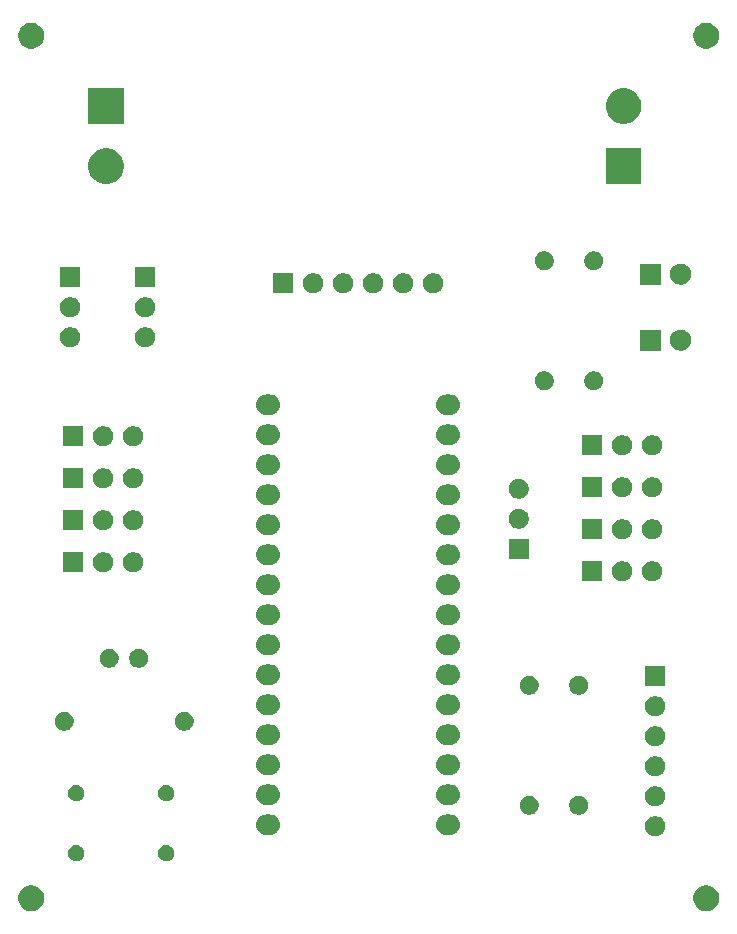
<source format=gbr>
G04 #@! TF.GenerationSoftware,KiCad,Pcbnew,(5.1.5)-3*
G04 #@! TF.CreationDate,2020-01-13T17:27:11+01:00*
G04 #@! TF.ProjectId,MPPT PCB,4d505054-2050-4434-922e-6b696361645f,rev?*
G04 #@! TF.SameCoordinates,Original*
G04 #@! TF.FileFunction,Soldermask,Top*
G04 #@! TF.FilePolarity,Negative*
%FSLAX46Y46*%
G04 Gerber Fmt 4.6, Leading zero omitted, Abs format (unit mm)*
G04 Created by KiCad (PCBNEW (5.1.5)-3) date 2020-01-13 17:27:11*
%MOMM*%
%LPD*%
G04 APERTURE LIST*
%ADD10C,0.100000*%
G04 APERTURE END LIST*
D10*
G36*
X176850857Y-111972272D02*
G01*
X177051043Y-112055192D01*
X177051045Y-112055193D01*
X177141738Y-112115792D01*
X177231208Y-112175574D01*
X177384426Y-112328792D01*
X177504808Y-112508957D01*
X177587728Y-112709143D01*
X177630000Y-112921658D01*
X177630000Y-113138342D01*
X177587728Y-113350857D01*
X177504808Y-113551043D01*
X177504807Y-113551045D01*
X177384425Y-113731209D01*
X177231209Y-113884425D01*
X177051045Y-114004807D01*
X177051044Y-114004808D01*
X177051043Y-114004808D01*
X176850857Y-114087728D01*
X176638342Y-114130000D01*
X176421658Y-114130000D01*
X176209143Y-114087728D01*
X176008957Y-114004808D01*
X176008956Y-114004808D01*
X176008955Y-114004807D01*
X175828791Y-113884425D01*
X175675575Y-113731209D01*
X175555193Y-113551045D01*
X175555192Y-113551043D01*
X175472272Y-113350857D01*
X175430000Y-113138342D01*
X175430000Y-112921658D01*
X175472272Y-112709143D01*
X175555192Y-112508957D01*
X175675574Y-112328792D01*
X175828792Y-112175574D01*
X175918262Y-112115792D01*
X176008955Y-112055193D01*
X176008957Y-112055192D01*
X176209143Y-111972272D01*
X176421658Y-111930000D01*
X176638342Y-111930000D01*
X176850857Y-111972272D01*
G37*
G36*
X119700857Y-111972272D02*
G01*
X119901043Y-112055192D01*
X119901045Y-112055193D01*
X119991738Y-112115792D01*
X120081208Y-112175574D01*
X120234426Y-112328792D01*
X120354808Y-112508957D01*
X120437728Y-112709143D01*
X120480000Y-112921658D01*
X120480000Y-113138342D01*
X120437728Y-113350857D01*
X120354808Y-113551043D01*
X120354807Y-113551045D01*
X120234425Y-113731209D01*
X120081209Y-113884425D01*
X119901045Y-114004807D01*
X119901044Y-114004808D01*
X119901043Y-114004808D01*
X119700857Y-114087728D01*
X119488342Y-114130000D01*
X119271658Y-114130000D01*
X119059143Y-114087728D01*
X118858957Y-114004808D01*
X118858956Y-114004808D01*
X118858955Y-114004807D01*
X118678791Y-113884425D01*
X118525575Y-113731209D01*
X118405193Y-113551045D01*
X118405192Y-113551043D01*
X118322272Y-113350857D01*
X118280000Y-113138342D01*
X118280000Y-112921658D01*
X118322272Y-112709143D01*
X118405192Y-112508957D01*
X118525574Y-112328792D01*
X118678792Y-112175574D01*
X118768262Y-112115792D01*
X118858955Y-112055193D01*
X118858957Y-112055192D01*
X119059143Y-111972272D01*
X119271658Y-111930000D01*
X119488342Y-111930000D01*
X119700857Y-111972272D01*
G37*
G36*
X131013745Y-108548342D02*
G01*
X131140862Y-108600996D01*
X131140864Y-108600997D01*
X131255268Y-108677439D01*
X131352561Y-108774732D01*
X131429003Y-108889136D01*
X131429004Y-108889138D01*
X131481658Y-109016255D01*
X131508500Y-109151202D01*
X131508500Y-109288798D01*
X131481658Y-109423745D01*
X131429004Y-109550862D01*
X131429003Y-109550864D01*
X131352561Y-109665268D01*
X131255268Y-109762561D01*
X131140864Y-109839003D01*
X131140863Y-109839004D01*
X131140862Y-109839004D01*
X131013745Y-109891658D01*
X130878798Y-109918500D01*
X130741202Y-109918500D01*
X130606255Y-109891658D01*
X130479138Y-109839004D01*
X130479137Y-109839004D01*
X130479136Y-109839003D01*
X130364732Y-109762561D01*
X130267439Y-109665268D01*
X130190997Y-109550864D01*
X130190996Y-109550862D01*
X130138342Y-109423745D01*
X130111500Y-109288798D01*
X130111500Y-109151202D01*
X130138342Y-109016255D01*
X130190996Y-108889138D01*
X130190997Y-108889136D01*
X130267439Y-108774732D01*
X130364732Y-108677439D01*
X130479136Y-108600997D01*
X130479138Y-108600996D01*
X130606255Y-108548342D01*
X130741202Y-108521500D01*
X130878798Y-108521500D01*
X131013745Y-108548342D01*
G37*
G36*
X123393745Y-108548342D02*
G01*
X123520862Y-108600996D01*
X123520864Y-108600997D01*
X123635268Y-108677439D01*
X123732561Y-108774732D01*
X123809003Y-108889136D01*
X123809004Y-108889138D01*
X123861658Y-109016255D01*
X123888500Y-109151202D01*
X123888500Y-109288798D01*
X123861658Y-109423745D01*
X123809004Y-109550862D01*
X123809003Y-109550864D01*
X123732561Y-109665268D01*
X123635268Y-109762561D01*
X123520864Y-109839003D01*
X123520863Y-109839004D01*
X123520862Y-109839004D01*
X123393745Y-109891658D01*
X123258798Y-109918500D01*
X123121202Y-109918500D01*
X122986255Y-109891658D01*
X122859138Y-109839004D01*
X122859137Y-109839004D01*
X122859136Y-109839003D01*
X122744732Y-109762561D01*
X122647439Y-109665268D01*
X122570997Y-109550864D01*
X122570996Y-109550862D01*
X122518342Y-109423745D01*
X122491500Y-109288798D01*
X122491500Y-109151202D01*
X122518342Y-109016255D01*
X122570996Y-108889138D01*
X122570997Y-108889136D01*
X122647439Y-108774732D01*
X122744732Y-108677439D01*
X122859136Y-108600997D01*
X122859138Y-108600996D01*
X122986255Y-108548342D01*
X123121202Y-108521500D01*
X123258798Y-108521500D01*
X123393745Y-108548342D01*
G37*
G36*
X172459935Y-106116664D02*
G01*
X172614624Y-106180739D01*
X172614626Y-106180740D01*
X172753844Y-106273762D01*
X172872238Y-106392156D01*
X172927534Y-106474913D01*
X172965261Y-106531376D01*
X173029336Y-106686065D01*
X173062000Y-106850281D01*
X173062000Y-107017719D01*
X173029336Y-107181935D01*
X172984943Y-107289107D01*
X172965260Y-107336626D01*
X172872238Y-107475844D01*
X172753844Y-107594238D01*
X172614626Y-107687260D01*
X172614625Y-107687261D01*
X172614624Y-107687261D01*
X172459935Y-107751336D01*
X172295719Y-107784000D01*
X172128281Y-107784000D01*
X171964065Y-107751336D01*
X171809376Y-107687261D01*
X171809375Y-107687261D01*
X171809374Y-107687260D01*
X171670156Y-107594238D01*
X171551762Y-107475844D01*
X171458740Y-107336626D01*
X171439057Y-107289107D01*
X171394664Y-107181935D01*
X171362000Y-107017719D01*
X171362000Y-106850281D01*
X171394664Y-106686065D01*
X171458739Y-106531376D01*
X171496466Y-106474913D01*
X171551762Y-106392156D01*
X171670156Y-106273762D01*
X171809374Y-106180740D01*
X171809376Y-106180739D01*
X171964065Y-106116664D01*
X172128281Y-106084000D01*
X172295719Y-106084000D01*
X172459935Y-106116664D01*
G37*
G36*
X154923112Y-105947565D02*
G01*
X155007695Y-105955896D01*
X155170484Y-106005278D01*
X155170487Y-106005279D01*
X155320507Y-106085466D01*
X155320508Y-106085467D01*
X155320512Y-106085469D01*
X155452012Y-106193388D01*
X155559931Y-106324888D01*
X155559933Y-106324892D01*
X155559934Y-106324893D01*
X155640121Y-106474913D01*
X155640122Y-106474916D01*
X155689504Y-106637705D01*
X155706178Y-106807000D01*
X155689504Y-106976295D01*
X155676938Y-107017718D01*
X155640121Y-107139087D01*
X155559934Y-107289107D01*
X155559931Y-107289112D01*
X155452012Y-107420612D01*
X155320512Y-107528531D01*
X155320508Y-107528533D01*
X155320507Y-107528534D01*
X155170487Y-107608721D01*
X155170484Y-107608722D01*
X155007695Y-107658104D01*
X154923112Y-107666435D01*
X154880821Y-107670600D01*
X154491179Y-107670600D01*
X154448888Y-107666435D01*
X154364305Y-107658104D01*
X154201516Y-107608722D01*
X154201513Y-107608721D01*
X154051493Y-107528534D01*
X154051492Y-107528533D01*
X154051488Y-107528531D01*
X153919988Y-107420612D01*
X153812069Y-107289112D01*
X153812066Y-107289107D01*
X153731879Y-107139087D01*
X153695062Y-107017718D01*
X153682496Y-106976295D01*
X153665822Y-106807000D01*
X153682496Y-106637705D01*
X153731878Y-106474916D01*
X153731879Y-106474913D01*
X153812066Y-106324893D01*
X153812067Y-106324892D01*
X153812069Y-106324888D01*
X153919988Y-106193388D01*
X154051488Y-106085469D01*
X154051492Y-106085467D01*
X154051493Y-106085466D01*
X154201513Y-106005279D01*
X154201516Y-106005278D01*
X154364305Y-105955896D01*
X154448888Y-105947565D01*
X154491179Y-105943400D01*
X154880821Y-105943400D01*
X154923112Y-105947565D01*
G37*
G36*
X139683112Y-105947565D02*
G01*
X139767695Y-105955896D01*
X139930484Y-106005278D01*
X139930487Y-106005279D01*
X140080507Y-106085466D01*
X140080508Y-106085467D01*
X140080512Y-106085469D01*
X140212012Y-106193388D01*
X140319931Y-106324888D01*
X140319933Y-106324892D01*
X140319934Y-106324893D01*
X140400121Y-106474913D01*
X140400122Y-106474916D01*
X140449504Y-106637705D01*
X140466178Y-106807000D01*
X140449504Y-106976295D01*
X140436938Y-107017718D01*
X140400121Y-107139087D01*
X140319934Y-107289107D01*
X140319931Y-107289112D01*
X140212012Y-107420612D01*
X140080512Y-107528531D01*
X140080508Y-107528533D01*
X140080507Y-107528534D01*
X139930487Y-107608721D01*
X139930484Y-107608722D01*
X139767695Y-107658104D01*
X139683112Y-107666435D01*
X139640821Y-107670600D01*
X139251179Y-107670600D01*
X139208888Y-107666435D01*
X139124305Y-107658104D01*
X138961516Y-107608722D01*
X138961513Y-107608721D01*
X138811493Y-107528534D01*
X138811492Y-107528533D01*
X138811488Y-107528531D01*
X138679988Y-107420612D01*
X138572069Y-107289112D01*
X138572066Y-107289107D01*
X138491879Y-107139087D01*
X138455062Y-107017718D01*
X138442496Y-106976295D01*
X138425822Y-106807000D01*
X138442496Y-106637705D01*
X138491878Y-106474916D01*
X138491879Y-106474913D01*
X138572066Y-106324893D01*
X138572067Y-106324892D01*
X138572069Y-106324888D01*
X138679988Y-106193388D01*
X138811488Y-106085469D01*
X138811492Y-106085467D01*
X138811493Y-106085466D01*
X138961513Y-106005279D01*
X138961516Y-106005278D01*
X139124305Y-105955896D01*
X139208888Y-105947565D01*
X139251179Y-105943400D01*
X139640821Y-105943400D01*
X139683112Y-105947565D01*
G37*
G36*
X165968351Y-104386743D02*
G01*
X166113941Y-104447048D01*
X166244970Y-104534599D01*
X166356401Y-104646030D01*
X166443952Y-104777059D01*
X166504257Y-104922649D01*
X166535000Y-105077206D01*
X166535000Y-105234794D01*
X166504257Y-105389351D01*
X166443952Y-105534941D01*
X166356401Y-105665970D01*
X166244970Y-105777401D01*
X166113941Y-105864952D01*
X165968351Y-105925257D01*
X165813794Y-105956000D01*
X165656206Y-105956000D01*
X165501649Y-105925257D01*
X165356059Y-105864952D01*
X165225030Y-105777401D01*
X165113599Y-105665970D01*
X165026048Y-105534941D01*
X164965743Y-105389351D01*
X164935000Y-105234794D01*
X164935000Y-105077206D01*
X164965743Y-104922649D01*
X165026048Y-104777059D01*
X165113599Y-104646030D01*
X165225030Y-104534599D01*
X165356059Y-104447048D01*
X165501649Y-104386743D01*
X165656206Y-104356000D01*
X165813794Y-104356000D01*
X165968351Y-104386743D01*
G37*
G36*
X161777351Y-104386743D02*
G01*
X161922941Y-104447048D01*
X162053970Y-104534599D01*
X162165401Y-104646030D01*
X162252952Y-104777059D01*
X162313257Y-104922649D01*
X162344000Y-105077206D01*
X162344000Y-105234794D01*
X162313257Y-105389351D01*
X162252952Y-105534941D01*
X162165401Y-105665970D01*
X162053970Y-105777401D01*
X161922941Y-105864952D01*
X161777351Y-105925257D01*
X161622794Y-105956000D01*
X161465206Y-105956000D01*
X161310649Y-105925257D01*
X161165059Y-105864952D01*
X161034030Y-105777401D01*
X160922599Y-105665970D01*
X160835048Y-105534941D01*
X160774743Y-105389351D01*
X160744000Y-105234794D01*
X160744000Y-105077206D01*
X160774743Y-104922649D01*
X160835048Y-104777059D01*
X160922599Y-104646030D01*
X161034030Y-104534599D01*
X161165059Y-104447048D01*
X161310649Y-104386743D01*
X161465206Y-104356000D01*
X161622794Y-104356000D01*
X161777351Y-104386743D01*
G37*
G36*
X172459935Y-103576664D02*
G01*
X172614624Y-103640739D01*
X172614626Y-103640740D01*
X172753844Y-103733762D01*
X172872238Y-103852156D01*
X172965260Y-103991374D01*
X172965261Y-103991376D01*
X173029336Y-104146065D01*
X173062000Y-104310281D01*
X173062000Y-104477719D01*
X173029336Y-104641935D01*
X172973365Y-104777059D01*
X172965260Y-104796626D01*
X172872238Y-104935844D01*
X172753844Y-105054238D01*
X172614626Y-105147260D01*
X172614625Y-105147261D01*
X172614624Y-105147261D01*
X172459935Y-105211336D01*
X172295719Y-105244000D01*
X172128281Y-105244000D01*
X171964065Y-105211336D01*
X171809376Y-105147261D01*
X171809375Y-105147261D01*
X171809374Y-105147260D01*
X171670156Y-105054238D01*
X171551762Y-104935844D01*
X171458740Y-104796626D01*
X171450635Y-104777059D01*
X171394664Y-104641935D01*
X171362000Y-104477719D01*
X171362000Y-104310281D01*
X171394664Y-104146065D01*
X171458739Y-103991376D01*
X171458740Y-103991374D01*
X171551762Y-103852156D01*
X171670156Y-103733762D01*
X171809374Y-103640740D01*
X171809376Y-103640739D01*
X171964065Y-103576664D01*
X172128281Y-103544000D01*
X172295719Y-103544000D01*
X172459935Y-103576664D01*
G37*
G36*
X154923112Y-103407565D02*
G01*
X155007695Y-103415896D01*
X155170484Y-103465278D01*
X155170487Y-103465279D01*
X155320507Y-103545466D01*
X155320508Y-103545467D01*
X155320512Y-103545469D01*
X155452012Y-103653388D01*
X155559931Y-103784888D01*
X155559933Y-103784892D01*
X155559934Y-103784893D01*
X155640121Y-103934913D01*
X155640122Y-103934916D01*
X155689504Y-104097705D01*
X155706178Y-104267000D01*
X155689504Y-104436295D01*
X155644313Y-104585267D01*
X155640121Y-104599087D01*
X155595503Y-104682561D01*
X155559931Y-104749112D01*
X155452012Y-104880612D01*
X155320512Y-104988531D01*
X155320508Y-104988533D01*
X155320507Y-104988534D01*
X155170487Y-105068721D01*
X155170484Y-105068722D01*
X155007695Y-105118104D01*
X154923112Y-105126435D01*
X154880821Y-105130600D01*
X154491179Y-105130600D01*
X154448888Y-105126435D01*
X154364305Y-105118104D01*
X154201516Y-105068722D01*
X154201513Y-105068721D01*
X154051493Y-104988534D01*
X154051492Y-104988533D01*
X154051488Y-104988531D01*
X153919988Y-104880612D01*
X153812069Y-104749112D01*
X153776497Y-104682561D01*
X153731879Y-104599087D01*
X153727687Y-104585267D01*
X153682496Y-104436295D01*
X153665822Y-104267000D01*
X153682496Y-104097705D01*
X153731878Y-103934916D01*
X153731879Y-103934913D01*
X153812066Y-103784893D01*
X153812067Y-103784892D01*
X153812069Y-103784888D01*
X153919988Y-103653388D01*
X154051488Y-103545469D01*
X154051492Y-103545467D01*
X154051493Y-103545466D01*
X154201513Y-103465279D01*
X154201516Y-103465278D01*
X154364305Y-103415896D01*
X154448888Y-103407565D01*
X154491179Y-103403400D01*
X154880821Y-103403400D01*
X154923112Y-103407565D01*
G37*
G36*
X139683112Y-103407565D02*
G01*
X139767695Y-103415896D01*
X139930484Y-103465278D01*
X139930487Y-103465279D01*
X140080507Y-103545466D01*
X140080508Y-103545467D01*
X140080512Y-103545469D01*
X140212012Y-103653388D01*
X140319931Y-103784888D01*
X140319933Y-103784892D01*
X140319934Y-103784893D01*
X140400121Y-103934913D01*
X140400122Y-103934916D01*
X140449504Y-104097705D01*
X140466178Y-104267000D01*
X140449504Y-104436295D01*
X140404313Y-104585267D01*
X140400121Y-104599087D01*
X140355503Y-104682561D01*
X140319931Y-104749112D01*
X140212012Y-104880612D01*
X140080512Y-104988531D01*
X140080508Y-104988533D01*
X140080507Y-104988534D01*
X139930487Y-105068721D01*
X139930484Y-105068722D01*
X139767695Y-105118104D01*
X139683112Y-105126435D01*
X139640821Y-105130600D01*
X139251179Y-105130600D01*
X139208888Y-105126435D01*
X139124305Y-105118104D01*
X138961516Y-105068722D01*
X138961513Y-105068721D01*
X138811493Y-104988534D01*
X138811492Y-104988533D01*
X138811488Y-104988531D01*
X138679988Y-104880612D01*
X138572069Y-104749112D01*
X138536497Y-104682561D01*
X138491879Y-104599087D01*
X138487687Y-104585267D01*
X138442496Y-104436295D01*
X138425822Y-104267000D01*
X138442496Y-104097705D01*
X138491878Y-103934916D01*
X138491879Y-103934913D01*
X138572066Y-103784893D01*
X138572067Y-103784892D01*
X138572069Y-103784888D01*
X138679988Y-103653388D01*
X138811488Y-103545469D01*
X138811492Y-103545467D01*
X138811493Y-103545466D01*
X138961513Y-103465279D01*
X138961516Y-103465278D01*
X139124305Y-103415896D01*
X139208888Y-103407565D01*
X139251179Y-103403400D01*
X139640821Y-103403400D01*
X139683112Y-103407565D01*
G37*
G36*
X123393745Y-103468342D02*
G01*
X123520862Y-103520996D01*
X123520864Y-103520997D01*
X123635268Y-103597439D01*
X123732561Y-103694732D01*
X123792801Y-103784888D01*
X123809004Y-103809138D01*
X123861658Y-103936255D01*
X123888500Y-104071202D01*
X123888500Y-104208798D01*
X123861658Y-104343745D01*
X123809004Y-104470862D01*
X123809003Y-104470864D01*
X123732561Y-104585268D01*
X123635268Y-104682561D01*
X123520864Y-104759003D01*
X123520863Y-104759004D01*
X123520862Y-104759004D01*
X123393745Y-104811658D01*
X123258798Y-104838500D01*
X123121202Y-104838500D01*
X122986255Y-104811658D01*
X122859138Y-104759004D01*
X122859137Y-104759004D01*
X122859136Y-104759003D01*
X122744732Y-104682561D01*
X122647439Y-104585268D01*
X122570997Y-104470864D01*
X122570996Y-104470862D01*
X122518342Y-104343745D01*
X122491500Y-104208798D01*
X122491500Y-104071202D01*
X122518342Y-103936255D01*
X122570996Y-103809138D01*
X122587199Y-103784888D01*
X122647439Y-103694732D01*
X122744732Y-103597439D01*
X122859136Y-103520997D01*
X122859138Y-103520996D01*
X122986255Y-103468342D01*
X123121202Y-103441500D01*
X123258798Y-103441500D01*
X123393745Y-103468342D01*
G37*
G36*
X131013745Y-103468342D02*
G01*
X131140862Y-103520996D01*
X131140864Y-103520997D01*
X131255268Y-103597439D01*
X131352561Y-103694732D01*
X131412801Y-103784888D01*
X131429004Y-103809138D01*
X131481658Y-103936255D01*
X131508500Y-104071202D01*
X131508500Y-104208798D01*
X131481658Y-104343745D01*
X131429004Y-104470862D01*
X131429003Y-104470864D01*
X131352561Y-104585268D01*
X131255268Y-104682561D01*
X131140864Y-104759003D01*
X131140863Y-104759004D01*
X131140862Y-104759004D01*
X131013745Y-104811658D01*
X130878798Y-104838500D01*
X130741202Y-104838500D01*
X130606255Y-104811658D01*
X130479138Y-104759004D01*
X130479137Y-104759004D01*
X130479136Y-104759003D01*
X130364732Y-104682561D01*
X130267439Y-104585268D01*
X130190997Y-104470864D01*
X130190996Y-104470862D01*
X130138342Y-104343745D01*
X130111500Y-104208798D01*
X130111500Y-104071202D01*
X130138342Y-103936255D01*
X130190996Y-103809138D01*
X130207199Y-103784888D01*
X130267439Y-103694732D01*
X130364732Y-103597439D01*
X130479136Y-103520997D01*
X130479138Y-103520996D01*
X130606255Y-103468342D01*
X130741202Y-103441500D01*
X130878798Y-103441500D01*
X131013745Y-103468342D01*
G37*
G36*
X172459935Y-101036664D02*
G01*
X172614624Y-101100739D01*
X172614626Y-101100740D01*
X172753844Y-101193762D01*
X172872238Y-101312156D01*
X172927534Y-101394913D01*
X172965261Y-101451376D01*
X173029336Y-101606065D01*
X173062000Y-101770281D01*
X173062000Y-101937719D01*
X173029336Y-102101935D01*
X172984943Y-102209107D01*
X172965260Y-102256626D01*
X172872238Y-102395844D01*
X172753844Y-102514238D01*
X172614626Y-102607260D01*
X172614625Y-102607261D01*
X172614624Y-102607261D01*
X172459935Y-102671336D01*
X172295719Y-102704000D01*
X172128281Y-102704000D01*
X171964065Y-102671336D01*
X171809376Y-102607261D01*
X171809375Y-102607261D01*
X171809374Y-102607260D01*
X171670156Y-102514238D01*
X171551762Y-102395844D01*
X171458740Y-102256626D01*
X171439057Y-102209107D01*
X171394664Y-102101935D01*
X171362000Y-101937719D01*
X171362000Y-101770281D01*
X171394664Y-101606065D01*
X171458739Y-101451376D01*
X171496466Y-101394913D01*
X171551762Y-101312156D01*
X171670156Y-101193762D01*
X171809374Y-101100740D01*
X171809376Y-101100739D01*
X171964065Y-101036664D01*
X172128281Y-101004000D01*
X172295719Y-101004000D01*
X172459935Y-101036664D01*
G37*
G36*
X139683112Y-100867565D02*
G01*
X139767695Y-100875896D01*
X139930484Y-100925278D01*
X139930487Y-100925279D01*
X140080507Y-101005466D01*
X140080508Y-101005467D01*
X140080512Y-101005469D01*
X140212012Y-101113388D01*
X140319931Y-101244888D01*
X140319933Y-101244892D01*
X140319934Y-101244893D01*
X140400121Y-101394913D01*
X140400122Y-101394916D01*
X140449504Y-101557705D01*
X140466178Y-101727000D01*
X140449504Y-101896295D01*
X140436938Y-101937718D01*
X140400121Y-102059087D01*
X140319934Y-102209107D01*
X140319931Y-102209112D01*
X140212012Y-102340612D01*
X140080512Y-102448531D01*
X140080508Y-102448533D01*
X140080507Y-102448534D01*
X139930487Y-102528721D01*
X139930484Y-102528722D01*
X139767695Y-102578104D01*
X139683112Y-102586435D01*
X139640821Y-102590600D01*
X139251179Y-102590600D01*
X139208888Y-102586435D01*
X139124305Y-102578104D01*
X138961516Y-102528722D01*
X138961513Y-102528721D01*
X138811493Y-102448534D01*
X138811492Y-102448533D01*
X138811488Y-102448531D01*
X138679988Y-102340612D01*
X138572069Y-102209112D01*
X138572066Y-102209107D01*
X138491879Y-102059087D01*
X138455062Y-101937718D01*
X138442496Y-101896295D01*
X138425822Y-101727000D01*
X138442496Y-101557705D01*
X138491878Y-101394916D01*
X138491879Y-101394913D01*
X138572066Y-101244893D01*
X138572067Y-101244892D01*
X138572069Y-101244888D01*
X138679988Y-101113388D01*
X138811488Y-101005469D01*
X138811492Y-101005467D01*
X138811493Y-101005466D01*
X138961513Y-100925279D01*
X138961516Y-100925278D01*
X139124305Y-100875896D01*
X139208888Y-100867565D01*
X139251179Y-100863400D01*
X139640821Y-100863400D01*
X139683112Y-100867565D01*
G37*
G36*
X154923112Y-100867565D02*
G01*
X155007695Y-100875896D01*
X155170484Y-100925278D01*
X155170487Y-100925279D01*
X155320507Y-101005466D01*
X155320508Y-101005467D01*
X155320512Y-101005469D01*
X155452012Y-101113388D01*
X155559931Y-101244888D01*
X155559933Y-101244892D01*
X155559934Y-101244893D01*
X155640121Y-101394913D01*
X155640122Y-101394916D01*
X155689504Y-101557705D01*
X155706178Y-101727000D01*
X155689504Y-101896295D01*
X155676938Y-101937718D01*
X155640121Y-102059087D01*
X155559934Y-102209107D01*
X155559931Y-102209112D01*
X155452012Y-102340612D01*
X155320512Y-102448531D01*
X155320508Y-102448533D01*
X155320507Y-102448534D01*
X155170487Y-102528721D01*
X155170484Y-102528722D01*
X155007695Y-102578104D01*
X154923112Y-102586435D01*
X154880821Y-102590600D01*
X154491179Y-102590600D01*
X154448888Y-102586435D01*
X154364305Y-102578104D01*
X154201516Y-102528722D01*
X154201513Y-102528721D01*
X154051493Y-102448534D01*
X154051492Y-102448533D01*
X154051488Y-102448531D01*
X153919988Y-102340612D01*
X153812069Y-102209112D01*
X153812066Y-102209107D01*
X153731879Y-102059087D01*
X153695062Y-101937718D01*
X153682496Y-101896295D01*
X153665822Y-101727000D01*
X153682496Y-101557705D01*
X153731878Y-101394916D01*
X153731879Y-101394913D01*
X153812066Y-101244893D01*
X153812067Y-101244892D01*
X153812069Y-101244888D01*
X153919988Y-101113388D01*
X154051488Y-101005469D01*
X154051492Y-101005467D01*
X154051493Y-101005466D01*
X154201513Y-100925279D01*
X154201516Y-100925278D01*
X154364305Y-100875896D01*
X154448888Y-100867565D01*
X154491179Y-100863400D01*
X154880821Y-100863400D01*
X154923112Y-100867565D01*
G37*
G36*
X172459935Y-98496664D02*
G01*
X172598282Y-98553970D01*
X172614626Y-98560740D01*
X172753844Y-98653762D01*
X172872238Y-98772156D01*
X172920242Y-98844000D01*
X172965261Y-98911376D01*
X173029336Y-99066065D01*
X173062000Y-99230281D01*
X173062000Y-99397719D01*
X173029336Y-99561935D01*
X172984943Y-99669107D01*
X172965260Y-99716626D01*
X172872238Y-99855844D01*
X172753844Y-99974238D01*
X172614626Y-100067260D01*
X172614625Y-100067261D01*
X172614624Y-100067261D01*
X172459935Y-100131336D01*
X172295719Y-100164000D01*
X172128281Y-100164000D01*
X171964065Y-100131336D01*
X171809376Y-100067261D01*
X171809375Y-100067261D01*
X171809374Y-100067260D01*
X171670156Y-99974238D01*
X171551762Y-99855844D01*
X171458740Y-99716626D01*
X171439057Y-99669107D01*
X171394664Y-99561935D01*
X171362000Y-99397719D01*
X171362000Y-99230281D01*
X171394664Y-99066065D01*
X171458739Y-98911376D01*
X171503758Y-98844000D01*
X171551762Y-98772156D01*
X171670156Y-98653762D01*
X171809374Y-98560740D01*
X171825718Y-98553970D01*
X171964065Y-98496664D01*
X172128281Y-98464000D01*
X172295719Y-98464000D01*
X172459935Y-98496664D01*
G37*
G36*
X139683112Y-98327565D02*
G01*
X139767695Y-98335896D01*
X139930484Y-98385278D01*
X139930487Y-98385279D01*
X140080507Y-98465466D01*
X140080508Y-98465467D01*
X140080512Y-98465469D01*
X140212012Y-98573388D01*
X140319931Y-98704888D01*
X140319933Y-98704892D01*
X140319934Y-98704893D01*
X140400121Y-98854913D01*
X140400122Y-98854916D01*
X140449504Y-99017705D01*
X140466178Y-99187000D01*
X140449504Y-99356295D01*
X140436938Y-99397718D01*
X140400121Y-99519087D01*
X140319934Y-99669107D01*
X140319931Y-99669112D01*
X140212012Y-99800612D01*
X140080512Y-99908531D01*
X140080508Y-99908533D01*
X140080507Y-99908534D01*
X139930487Y-99988721D01*
X139930484Y-99988722D01*
X139767695Y-100038104D01*
X139683112Y-100046435D01*
X139640821Y-100050600D01*
X139251179Y-100050600D01*
X139208888Y-100046435D01*
X139124305Y-100038104D01*
X138961516Y-99988722D01*
X138961513Y-99988721D01*
X138811493Y-99908534D01*
X138811492Y-99908533D01*
X138811488Y-99908531D01*
X138679988Y-99800612D01*
X138572069Y-99669112D01*
X138572066Y-99669107D01*
X138491879Y-99519087D01*
X138455062Y-99397718D01*
X138442496Y-99356295D01*
X138425822Y-99187000D01*
X138442496Y-99017705D01*
X138491878Y-98854916D01*
X138491879Y-98854913D01*
X138572066Y-98704893D01*
X138572067Y-98704892D01*
X138572069Y-98704888D01*
X138679988Y-98573388D01*
X138811488Y-98465469D01*
X138811492Y-98465467D01*
X138811493Y-98465466D01*
X138961513Y-98385279D01*
X138961516Y-98385278D01*
X139124305Y-98335896D01*
X139208888Y-98327565D01*
X139251179Y-98323400D01*
X139640821Y-98323400D01*
X139683112Y-98327565D01*
G37*
G36*
X154923112Y-98327565D02*
G01*
X155007695Y-98335896D01*
X155170484Y-98385278D01*
X155170487Y-98385279D01*
X155320507Y-98465466D01*
X155320508Y-98465467D01*
X155320512Y-98465469D01*
X155452012Y-98573388D01*
X155559931Y-98704888D01*
X155559933Y-98704892D01*
X155559934Y-98704893D01*
X155640121Y-98854913D01*
X155640122Y-98854916D01*
X155689504Y-99017705D01*
X155706178Y-99187000D01*
X155689504Y-99356295D01*
X155676938Y-99397718D01*
X155640121Y-99519087D01*
X155559934Y-99669107D01*
X155559931Y-99669112D01*
X155452012Y-99800612D01*
X155320512Y-99908531D01*
X155320508Y-99908533D01*
X155320507Y-99908534D01*
X155170487Y-99988721D01*
X155170484Y-99988722D01*
X155007695Y-100038104D01*
X154923112Y-100046435D01*
X154880821Y-100050600D01*
X154491179Y-100050600D01*
X154448888Y-100046435D01*
X154364305Y-100038104D01*
X154201516Y-99988722D01*
X154201513Y-99988721D01*
X154051493Y-99908534D01*
X154051492Y-99908533D01*
X154051488Y-99908531D01*
X153919988Y-99800612D01*
X153812069Y-99669112D01*
X153812066Y-99669107D01*
X153731879Y-99519087D01*
X153695062Y-99397718D01*
X153682496Y-99356295D01*
X153665822Y-99187000D01*
X153682496Y-99017705D01*
X153731878Y-98854916D01*
X153731879Y-98854913D01*
X153812066Y-98704893D01*
X153812067Y-98704892D01*
X153812069Y-98704888D01*
X153919988Y-98573388D01*
X154051488Y-98465469D01*
X154051492Y-98465467D01*
X154051493Y-98465466D01*
X154201513Y-98385279D01*
X154201516Y-98385278D01*
X154364305Y-98335896D01*
X154448888Y-98327565D01*
X154491179Y-98323400D01*
X154880821Y-98323400D01*
X154923112Y-98327565D01*
G37*
G36*
X122407351Y-97274743D02*
G01*
X122552941Y-97335048D01*
X122683970Y-97422599D01*
X122795401Y-97534030D01*
X122882952Y-97665059D01*
X122943257Y-97810649D01*
X122974000Y-97965206D01*
X122974000Y-98122794D01*
X122943257Y-98277351D01*
X122882952Y-98422941D01*
X122795401Y-98553970D01*
X122683970Y-98665401D01*
X122552941Y-98752952D01*
X122407351Y-98813257D01*
X122252794Y-98844000D01*
X122095206Y-98844000D01*
X121940649Y-98813257D01*
X121795059Y-98752952D01*
X121664030Y-98665401D01*
X121552599Y-98553970D01*
X121465048Y-98422941D01*
X121404743Y-98277351D01*
X121374000Y-98122794D01*
X121374000Y-97965206D01*
X121404743Y-97810649D01*
X121465048Y-97665059D01*
X121552599Y-97534030D01*
X121664030Y-97422599D01*
X121795059Y-97335048D01*
X121940649Y-97274743D01*
X122095206Y-97244000D01*
X122252794Y-97244000D01*
X122407351Y-97274743D01*
G37*
G36*
X132567351Y-97274743D02*
G01*
X132712941Y-97335048D01*
X132843970Y-97422599D01*
X132955401Y-97534030D01*
X133042952Y-97665059D01*
X133103257Y-97810649D01*
X133134000Y-97965206D01*
X133134000Y-98122794D01*
X133103257Y-98277351D01*
X133042952Y-98422941D01*
X132955401Y-98553970D01*
X132843970Y-98665401D01*
X132712941Y-98752952D01*
X132567351Y-98813257D01*
X132412794Y-98844000D01*
X132255206Y-98844000D01*
X132100649Y-98813257D01*
X131955059Y-98752952D01*
X131824030Y-98665401D01*
X131712599Y-98553970D01*
X131625048Y-98422941D01*
X131564743Y-98277351D01*
X131534000Y-98122794D01*
X131534000Y-97965206D01*
X131564743Y-97810649D01*
X131625048Y-97665059D01*
X131712599Y-97534030D01*
X131824030Y-97422599D01*
X131955059Y-97335048D01*
X132100649Y-97274743D01*
X132255206Y-97244000D01*
X132412794Y-97244000D01*
X132567351Y-97274743D01*
G37*
G36*
X172459935Y-95956664D02*
G01*
X172614624Y-96020739D01*
X172614626Y-96020740D01*
X172753844Y-96113762D01*
X172872238Y-96232156D01*
X172927534Y-96314913D01*
X172965261Y-96371376D01*
X173029336Y-96526065D01*
X173062000Y-96690281D01*
X173062000Y-96857719D01*
X173029336Y-97021935D01*
X172984943Y-97129107D01*
X172965260Y-97176626D01*
X172872238Y-97315844D01*
X172753844Y-97434238D01*
X172614626Y-97527260D01*
X172614625Y-97527261D01*
X172614624Y-97527261D01*
X172459935Y-97591336D01*
X172295719Y-97624000D01*
X172128281Y-97624000D01*
X171964065Y-97591336D01*
X171809376Y-97527261D01*
X171809375Y-97527261D01*
X171809374Y-97527260D01*
X171670156Y-97434238D01*
X171551762Y-97315844D01*
X171458740Y-97176626D01*
X171439057Y-97129107D01*
X171394664Y-97021935D01*
X171362000Y-96857719D01*
X171362000Y-96690281D01*
X171394664Y-96526065D01*
X171458739Y-96371376D01*
X171496466Y-96314913D01*
X171551762Y-96232156D01*
X171670156Y-96113762D01*
X171809374Y-96020740D01*
X171809376Y-96020739D01*
X171964065Y-95956664D01*
X172128281Y-95924000D01*
X172295719Y-95924000D01*
X172459935Y-95956664D01*
G37*
G36*
X154923112Y-95787565D02*
G01*
X155007695Y-95795896D01*
X155170484Y-95845278D01*
X155170487Y-95845279D01*
X155320507Y-95925466D01*
X155320508Y-95925467D01*
X155320512Y-95925469D01*
X155452012Y-96033388D01*
X155559931Y-96164888D01*
X155559933Y-96164892D01*
X155559934Y-96164893D01*
X155640121Y-96314913D01*
X155640122Y-96314916D01*
X155689504Y-96477705D01*
X155706178Y-96647000D01*
X155689504Y-96816295D01*
X155676938Y-96857718D01*
X155640121Y-96979087D01*
X155559934Y-97129107D01*
X155559931Y-97129112D01*
X155452012Y-97260612D01*
X155320512Y-97368531D01*
X155320508Y-97368533D01*
X155320507Y-97368534D01*
X155170487Y-97448721D01*
X155170484Y-97448722D01*
X155007695Y-97498104D01*
X154923112Y-97506435D01*
X154880821Y-97510600D01*
X154491179Y-97510600D01*
X154448888Y-97506435D01*
X154364305Y-97498104D01*
X154201516Y-97448722D01*
X154201513Y-97448721D01*
X154051493Y-97368534D01*
X154051492Y-97368533D01*
X154051488Y-97368531D01*
X153919988Y-97260612D01*
X153812069Y-97129112D01*
X153812066Y-97129107D01*
X153731879Y-96979087D01*
X153695062Y-96857718D01*
X153682496Y-96816295D01*
X153665822Y-96647000D01*
X153682496Y-96477705D01*
X153731878Y-96314916D01*
X153731879Y-96314913D01*
X153812066Y-96164893D01*
X153812067Y-96164892D01*
X153812069Y-96164888D01*
X153919988Y-96033388D01*
X154051488Y-95925469D01*
X154051492Y-95925467D01*
X154051493Y-95925466D01*
X154201513Y-95845279D01*
X154201516Y-95845278D01*
X154364305Y-95795896D01*
X154448888Y-95787565D01*
X154491179Y-95783400D01*
X154880821Y-95783400D01*
X154923112Y-95787565D01*
G37*
G36*
X139683112Y-95787565D02*
G01*
X139767695Y-95795896D01*
X139930484Y-95845278D01*
X139930487Y-95845279D01*
X140080507Y-95925466D01*
X140080508Y-95925467D01*
X140080512Y-95925469D01*
X140212012Y-96033388D01*
X140319931Y-96164888D01*
X140319933Y-96164892D01*
X140319934Y-96164893D01*
X140400121Y-96314913D01*
X140400122Y-96314916D01*
X140449504Y-96477705D01*
X140466178Y-96647000D01*
X140449504Y-96816295D01*
X140436938Y-96857718D01*
X140400121Y-96979087D01*
X140319934Y-97129107D01*
X140319931Y-97129112D01*
X140212012Y-97260612D01*
X140080512Y-97368531D01*
X140080508Y-97368533D01*
X140080507Y-97368534D01*
X139930487Y-97448721D01*
X139930484Y-97448722D01*
X139767695Y-97498104D01*
X139683112Y-97506435D01*
X139640821Y-97510600D01*
X139251179Y-97510600D01*
X139208888Y-97506435D01*
X139124305Y-97498104D01*
X138961516Y-97448722D01*
X138961513Y-97448721D01*
X138811493Y-97368534D01*
X138811492Y-97368533D01*
X138811488Y-97368531D01*
X138679988Y-97260612D01*
X138572069Y-97129112D01*
X138572066Y-97129107D01*
X138491879Y-96979087D01*
X138455062Y-96857718D01*
X138442496Y-96816295D01*
X138425822Y-96647000D01*
X138442496Y-96477705D01*
X138491878Y-96314916D01*
X138491879Y-96314913D01*
X138572066Y-96164893D01*
X138572067Y-96164892D01*
X138572069Y-96164888D01*
X138679988Y-96033388D01*
X138811488Y-95925469D01*
X138811492Y-95925467D01*
X138811493Y-95925466D01*
X138961513Y-95845279D01*
X138961516Y-95845278D01*
X139124305Y-95795896D01*
X139208888Y-95787565D01*
X139251179Y-95783400D01*
X139640821Y-95783400D01*
X139683112Y-95787565D01*
G37*
G36*
X161777351Y-94226743D02*
G01*
X161922941Y-94287048D01*
X162053970Y-94374599D01*
X162165401Y-94486030D01*
X162252952Y-94617059D01*
X162313257Y-94762649D01*
X162344000Y-94917206D01*
X162344000Y-95074794D01*
X162313257Y-95229351D01*
X162252952Y-95374941D01*
X162165401Y-95505970D01*
X162053970Y-95617401D01*
X161922941Y-95704952D01*
X161777351Y-95765257D01*
X161622794Y-95796000D01*
X161465206Y-95796000D01*
X161310649Y-95765257D01*
X161165059Y-95704952D01*
X161034030Y-95617401D01*
X160922599Y-95505970D01*
X160835048Y-95374941D01*
X160774743Y-95229351D01*
X160744000Y-95074794D01*
X160744000Y-94917206D01*
X160774743Y-94762649D01*
X160835048Y-94617059D01*
X160922599Y-94486030D01*
X161034030Y-94374599D01*
X161165059Y-94287048D01*
X161310649Y-94226743D01*
X161465206Y-94196000D01*
X161622794Y-94196000D01*
X161777351Y-94226743D01*
G37*
G36*
X165968351Y-94226743D02*
G01*
X166113941Y-94287048D01*
X166244970Y-94374599D01*
X166356401Y-94486030D01*
X166443952Y-94617059D01*
X166504257Y-94762649D01*
X166535000Y-94917206D01*
X166535000Y-95074794D01*
X166504257Y-95229351D01*
X166443952Y-95374941D01*
X166356401Y-95505970D01*
X166244970Y-95617401D01*
X166113941Y-95704952D01*
X165968351Y-95765257D01*
X165813794Y-95796000D01*
X165656206Y-95796000D01*
X165501649Y-95765257D01*
X165356059Y-95704952D01*
X165225030Y-95617401D01*
X165113599Y-95505970D01*
X165026048Y-95374941D01*
X164965743Y-95229351D01*
X164935000Y-95074794D01*
X164935000Y-94917206D01*
X164965743Y-94762649D01*
X165026048Y-94617059D01*
X165113599Y-94486030D01*
X165225030Y-94374599D01*
X165356059Y-94287048D01*
X165501649Y-94226743D01*
X165656206Y-94196000D01*
X165813794Y-94196000D01*
X165968351Y-94226743D01*
G37*
G36*
X173062000Y-95084000D02*
G01*
X171362000Y-95084000D01*
X171362000Y-93384000D01*
X173062000Y-93384000D01*
X173062000Y-95084000D01*
G37*
G36*
X139683112Y-93247565D02*
G01*
X139767695Y-93255896D01*
X139930484Y-93305278D01*
X139930487Y-93305279D01*
X140080507Y-93385466D01*
X140080508Y-93385467D01*
X140080512Y-93385469D01*
X140212012Y-93493388D01*
X140319931Y-93624888D01*
X140319933Y-93624892D01*
X140319934Y-93624893D01*
X140400121Y-93774913D01*
X140400122Y-93774916D01*
X140449504Y-93937705D01*
X140466178Y-94107000D01*
X140449504Y-94276295D01*
X140400122Y-94439084D01*
X140400121Y-94439087D01*
X140319934Y-94589107D01*
X140319931Y-94589112D01*
X140212012Y-94720612D01*
X140080512Y-94828531D01*
X140080508Y-94828533D01*
X140080507Y-94828534D01*
X139930487Y-94908721D01*
X139930484Y-94908722D01*
X139767695Y-94958104D01*
X139683112Y-94966435D01*
X139640821Y-94970600D01*
X139251179Y-94970600D01*
X139208888Y-94966435D01*
X139124305Y-94958104D01*
X138961516Y-94908722D01*
X138961513Y-94908721D01*
X138811493Y-94828534D01*
X138811492Y-94828533D01*
X138811488Y-94828531D01*
X138679988Y-94720612D01*
X138572069Y-94589112D01*
X138572066Y-94589107D01*
X138491879Y-94439087D01*
X138491878Y-94439084D01*
X138442496Y-94276295D01*
X138425822Y-94107000D01*
X138442496Y-93937705D01*
X138491878Y-93774916D01*
X138491879Y-93774913D01*
X138572066Y-93624893D01*
X138572067Y-93624892D01*
X138572069Y-93624888D01*
X138679988Y-93493388D01*
X138811488Y-93385469D01*
X138811492Y-93385467D01*
X138811493Y-93385466D01*
X138961513Y-93305279D01*
X138961516Y-93305278D01*
X139124305Y-93255896D01*
X139208888Y-93247565D01*
X139251179Y-93243400D01*
X139640821Y-93243400D01*
X139683112Y-93247565D01*
G37*
G36*
X154923112Y-93247565D02*
G01*
X155007695Y-93255896D01*
X155170484Y-93305278D01*
X155170487Y-93305279D01*
X155320507Y-93385466D01*
X155320508Y-93385467D01*
X155320512Y-93385469D01*
X155452012Y-93493388D01*
X155559931Y-93624888D01*
X155559933Y-93624892D01*
X155559934Y-93624893D01*
X155640121Y-93774913D01*
X155640122Y-93774916D01*
X155689504Y-93937705D01*
X155706178Y-94107000D01*
X155689504Y-94276295D01*
X155640122Y-94439084D01*
X155640121Y-94439087D01*
X155559934Y-94589107D01*
X155559931Y-94589112D01*
X155452012Y-94720612D01*
X155320512Y-94828531D01*
X155320508Y-94828533D01*
X155320507Y-94828534D01*
X155170487Y-94908721D01*
X155170484Y-94908722D01*
X155007695Y-94958104D01*
X154923112Y-94966435D01*
X154880821Y-94970600D01*
X154491179Y-94970600D01*
X154448888Y-94966435D01*
X154364305Y-94958104D01*
X154201516Y-94908722D01*
X154201513Y-94908721D01*
X154051493Y-94828534D01*
X154051492Y-94828533D01*
X154051488Y-94828531D01*
X153919988Y-94720612D01*
X153812069Y-94589112D01*
X153812066Y-94589107D01*
X153731879Y-94439087D01*
X153731878Y-94439084D01*
X153682496Y-94276295D01*
X153665822Y-94107000D01*
X153682496Y-93937705D01*
X153731878Y-93774916D01*
X153731879Y-93774913D01*
X153812066Y-93624893D01*
X153812067Y-93624892D01*
X153812069Y-93624888D01*
X153919988Y-93493388D01*
X154051488Y-93385469D01*
X154051492Y-93385467D01*
X154051493Y-93385466D01*
X154201513Y-93305279D01*
X154201516Y-93305278D01*
X154364305Y-93255896D01*
X154448888Y-93247565D01*
X154491179Y-93243400D01*
X154880821Y-93243400D01*
X154923112Y-93247565D01*
G37*
G36*
X128717351Y-91940743D02*
G01*
X128862941Y-92001048D01*
X128993970Y-92088599D01*
X129105401Y-92200030D01*
X129192952Y-92331059D01*
X129253257Y-92476649D01*
X129284000Y-92631206D01*
X129284000Y-92788794D01*
X129253257Y-92943351D01*
X129192952Y-93088941D01*
X129105401Y-93219970D01*
X128993970Y-93331401D01*
X128862941Y-93418952D01*
X128717351Y-93479257D01*
X128562794Y-93510000D01*
X128405206Y-93510000D01*
X128250649Y-93479257D01*
X128105059Y-93418952D01*
X127974030Y-93331401D01*
X127862599Y-93219970D01*
X127775048Y-93088941D01*
X127714743Y-92943351D01*
X127684000Y-92788794D01*
X127684000Y-92631206D01*
X127714743Y-92476649D01*
X127775048Y-92331059D01*
X127862599Y-92200030D01*
X127974030Y-92088599D01*
X128105059Y-92001048D01*
X128250649Y-91940743D01*
X128405206Y-91910000D01*
X128562794Y-91910000D01*
X128717351Y-91940743D01*
G37*
G36*
X126217351Y-91940743D02*
G01*
X126362941Y-92001048D01*
X126493970Y-92088599D01*
X126605401Y-92200030D01*
X126692952Y-92331059D01*
X126753257Y-92476649D01*
X126784000Y-92631206D01*
X126784000Y-92788794D01*
X126753257Y-92943351D01*
X126692952Y-93088941D01*
X126605401Y-93219970D01*
X126493970Y-93331401D01*
X126362941Y-93418952D01*
X126217351Y-93479257D01*
X126062794Y-93510000D01*
X125905206Y-93510000D01*
X125750649Y-93479257D01*
X125605059Y-93418952D01*
X125474030Y-93331401D01*
X125362599Y-93219970D01*
X125275048Y-93088941D01*
X125214743Y-92943351D01*
X125184000Y-92788794D01*
X125184000Y-92631206D01*
X125214743Y-92476649D01*
X125275048Y-92331059D01*
X125362599Y-92200030D01*
X125474030Y-92088599D01*
X125605059Y-92001048D01*
X125750649Y-91940743D01*
X125905206Y-91910000D01*
X126062794Y-91910000D01*
X126217351Y-91940743D01*
G37*
G36*
X154923112Y-90707565D02*
G01*
X155007695Y-90715896D01*
X155170484Y-90765278D01*
X155170487Y-90765279D01*
X155320507Y-90845466D01*
X155320508Y-90845467D01*
X155320512Y-90845469D01*
X155452012Y-90953388D01*
X155559931Y-91084888D01*
X155559933Y-91084892D01*
X155559934Y-91084893D01*
X155640121Y-91234913D01*
X155640122Y-91234916D01*
X155689504Y-91397705D01*
X155706178Y-91567000D01*
X155689504Y-91736295D01*
X155640122Y-91899084D01*
X155640121Y-91899087D01*
X155585622Y-92001048D01*
X155559931Y-92049112D01*
X155452012Y-92180612D01*
X155320512Y-92288531D01*
X155320508Y-92288533D01*
X155320507Y-92288534D01*
X155170487Y-92368721D01*
X155170484Y-92368722D01*
X155007695Y-92418104D01*
X154923112Y-92426435D01*
X154880821Y-92430600D01*
X154491179Y-92430600D01*
X154448888Y-92426435D01*
X154364305Y-92418104D01*
X154201516Y-92368722D01*
X154201513Y-92368721D01*
X154051493Y-92288534D01*
X154051492Y-92288533D01*
X154051488Y-92288531D01*
X153919988Y-92180612D01*
X153812069Y-92049112D01*
X153786378Y-92001048D01*
X153731879Y-91899087D01*
X153731878Y-91899084D01*
X153682496Y-91736295D01*
X153665822Y-91567000D01*
X153682496Y-91397705D01*
X153731878Y-91234916D01*
X153731879Y-91234913D01*
X153812066Y-91084893D01*
X153812067Y-91084892D01*
X153812069Y-91084888D01*
X153919988Y-90953388D01*
X154051488Y-90845469D01*
X154051492Y-90845467D01*
X154051493Y-90845466D01*
X154201513Y-90765279D01*
X154201516Y-90765278D01*
X154364305Y-90715896D01*
X154448888Y-90707565D01*
X154491179Y-90703400D01*
X154880821Y-90703400D01*
X154923112Y-90707565D01*
G37*
G36*
X139683112Y-90707565D02*
G01*
X139767695Y-90715896D01*
X139930484Y-90765278D01*
X139930487Y-90765279D01*
X140080507Y-90845466D01*
X140080508Y-90845467D01*
X140080512Y-90845469D01*
X140212012Y-90953388D01*
X140319931Y-91084888D01*
X140319933Y-91084892D01*
X140319934Y-91084893D01*
X140400121Y-91234913D01*
X140400122Y-91234916D01*
X140449504Y-91397705D01*
X140466178Y-91567000D01*
X140449504Y-91736295D01*
X140400122Y-91899084D01*
X140400121Y-91899087D01*
X140345622Y-92001048D01*
X140319931Y-92049112D01*
X140212012Y-92180612D01*
X140080512Y-92288531D01*
X140080508Y-92288533D01*
X140080507Y-92288534D01*
X139930487Y-92368721D01*
X139930484Y-92368722D01*
X139767695Y-92418104D01*
X139683112Y-92426435D01*
X139640821Y-92430600D01*
X139251179Y-92430600D01*
X139208888Y-92426435D01*
X139124305Y-92418104D01*
X138961516Y-92368722D01*
X138961513Y-92368721D01*
X138811493Y-92288534D01*
X138811492Y-92288533D01*
X138811488Y-92288531D01*
X138679988Y-92180612D01*
X138572069Y-92049112D01*
X138546378Y-92001048D01*
X138491879Y-91899087D01*
X138491878Y-91899084D01*
X138442496Y-91736295D01*
X138425822Y-91567000D01*
X138442496Y-91397705D01*
X138491878Y-91234916D01*
X138491879Y-91234913D01*
X138572066Y-91084893D01*
X138572067Y-91084892D01*
X138572069Y-91084888D01*
X138679988Y-90953388D01*
X138811488Y-90845469D01*
X138811492Y-90845467D01*
X138811493Y-90845466D01*
X138961513Y-90765279D01*
X138961516Y-90765278D01*
X139124305Y-90715896D01*
X139208888Y-90707565D01*
X139251179Y-90703400D01*
X139640821Y-90703400D01*
X139683112Y-90707565D01*
G37*
G36*
X154923112Y-88167565D02*
G01*
X155007695Y-88175896D01*
X155170484Y-88225278D01*
X155170487Y-88225279D01*
X155320507Y-88305466D01*
X155320508Y-88305467D01*
X155320512Y-88305469D01*
X155452012Y-88413388D01*
X155559931Y-88544888D01*
X155559933Y-88544892D01*
X155559934Y-88544893D01*
X155640121Y-88694913D01*
X155640122Y-88694916D01*
X155689504Y-88857705D01*
X155706178Y-89027000D01*
X155689504Y-89196295D01*
X155640122Y-89359084D01*
X155640121Y-89359087D01*
X155559934Y-89509107D01*
X155559931Y-89509112D01*
X155452012Y-89640612D01*
X155320512Y-89748531D01*
X155320508Y-89748533D01*
X155320507Y-89748534D01*
X155170487Y-89828721D01*
X155170484Y-89828722D01*
X155007695Y-89878104D01*
X154923112Y-89886435D01*
X154880821Y-89890600D01*
X154491179Y-89890600D01*
X154448888Y-89886435D01*
X154364305Y-89878104D01*
X154201516Y-89828722D01*
X154201513Y-89828721D01*
X154051493Y-89748534D01*
X154051492Y-89748533D01*
X154051488Y-89748531D01*
X153919988Y-89640612D01*
X153812069Y-89509112D01*
X153812066Y-89509107D01*
X153731879Y-89359087D01*
X153731878Y-89359084D01*
X153682496Y-89196295D01*
X153665822Y-89027000D01*
X153682496Y-88857705D01*
X153731878Y-88694916D01*
X153731879Y-88694913D01*
X153812066Y-88544893D01*
X153812067Y-88544892D01*
X153812069Y-88544888D01*
X153919988Y-88413388D01*
X154051488Y-88305469D01*
X154051492Y-88305467D01*
X154051493Y-88305466D01*
X154201513Y-88225279D01*
X154201516Y-88225278D01*
X154364305Y-88175896D01*
X154448888Y-88167565D01*
X154491179Y-88163400D01*
X154880821Y-88163400D01*
X154923112Y-88167565D01*
G37*
G36*
X139683112Y-88167565D02*
G01*
X139767695Y-88175896D01*
X139930484Y-88225278D01*
X139930487Y-88225279D01*
X140080507Y-88305466D01*
X140080508Y-88305467D01*
X140080512Y-88305469D01*
X140212012Y-88413388D01*
X140319931Y-88544888D01*
X140319933Y-88544892D01*
X140319934Y-88544893D01*
X140400121Y-88694913D01*
X140400122Y-88694916D01*
X140449504Y-88857705D01*
X140466178Y-89027000D01*
X140449504Y-89196295D01*
X140400122Y-89359084D01*
X140400121Y-89359087D01*
X140319934Y-89509107D01*
X140319931Y-89509112D01*
X140212012Y-89640612D01*
X140080512Y-89748531D01*
X140080508Y-89748533D01*
X140080507Y-89748534D01*
X139930487Y-89828721D01*
X139930484Y-89828722D01*
X139767695Y-89878104D01*
X139683112Y-89886435D01*
X139640821Y-89890600D01*
X139251179Y-89890600D01*
X139208888Y-89886435D01*
X139124305Y-89878104D01*
X138961516Y-89828722D01*
X138961513Y-89828721D01*
X138811493Y-89748534D01*
X138811492Y-89748533D01*
X138811488Y-89748531D01*
X138679988Y-89640612D01*
X138572069Y-89509112D01*
X138572066Y-89509107D01*
X138491879Y-89359087D01*
X138491878Y-89359084D01*
X138442496Y-89196295D01*
X138425822Y-89027000D01*
X138442496Y-88857705D01*
X138491878Y-88694916D01*
X138491879Y-88694913D01*
X138572066Y-88544893D01*
X138572067Y-88544892D01*
X138572069Y-88544888D01*
X138679988Y-88413388D01*
X138811488Y-88305469D01*
X138811492Y-88305467D01*
X138811493Y-88305466D01*
X138961513Y-88225279D01*
X138961516Y-88225278D01*
X139124305Y-88175896D01*
X139208888Y-88167565D01*
X139251179Y-88163400D01*
X139640821Y-88163400D01*
X139683112Y-88167565D01*
G37*
G36*
X139683112Y-85627565D02*
G01*
X139767695Y-85635896D01*
X139930484Y-85685278D01*
X139930487Y-85685279D01*
X140080507Y-85765466D01*
X140080508Y-85765467D01*
X140080512Y-85765469D01*
X140212012Y-85873388D01*
X140319931Y-86004888D01*
X140319933Y-86004892D01*
X140319934Y-86004893D01*
X140400121Y-86154913D01*
X140400122Y-86154916D01*
X140449504Y-86317705D01*
X140466178Y-86487000D01*
X140449504Y-86656295D01*
X140400122Y-86819084D01*
X140400121Y-86819087D01*
X140319934Y-86969107D01*
X140319931Y-86969112D01*
X140212012Y-87100612D01*
X140080512Y-87208531D01*
X140080508Y-87208533D01*
X140080507Y-87208534D01*
X139930487Y-87288721D01*
X139930484Y-87288722D01*
X139767695Y-87338104D01*
X139683112Y-87346435D01*
X139640821Y-87350600D01*
X139251179Y-87350600D01*
X139208888Y-87346435D01*
X139124305Y-87338104D01*
X138961516Y-87288722D01*
X138961513Y-87288721D01*
X138811493Y-87208534D01*
X138811492Y-87208533D01*
X138811488Y-87208531D01*
X138679988Y-87100612D01*
X138572069Y-86969112D01*
X138572066Y-86969107D01*
X138491879Y-86819087D01*
X138491878Y-86819084D01*
X138442496Y-86656295D01*
X138425822Y-86487000D01*
X138442496Y-86317705D01*
X138491878Y-86154916D01*
X138491879Y-86154913D01*
X138572066Y-86004893D01*
X138572067Y-86004892D01*
X138572069Y-86004888D01*
X138679988Y-85873388D01*
X138811488Y-85765469D01*
X138811492Y-85765467D01*
X138811493Y-85765466D01*
X138961513Y-85685279D01*
X138961516Y-85685278D01*
X139124305Y-85635896D01*
X139208888Y-85627565D01*
X139251179Y-85623400D01*
X139640821Y-85623400D01*
X139683112Y-85627565D01*
G37*
G36*
X154923112Y-85627565D02*
G01*
X155007695Y-85635896D01*
X155170484Y-85685278D01*
X155170487Y-85685279D01*
X155320507Y-85765466D01*
X155320508Y-85765467D01*
X155320512Y-85765469D01*
X155452012Y-85873388D01*
X155559931Y-86004888D01*
X155559933Y-86004892D01*
X155559934Y-86004893D01*
X155640121Y-86154913D01*
X155640122Y-86154916D01*
X155689504Y-86317705D01*
X155706178Y-86487000D01*
X155689504Y-86656295D01*
X155640122Y-86819084D01*
X155640121Y-86819087D01*
X155559934Y-86969107D01*
X155559931Y-86969112D01*
X155452012Y-87100612D01*
X155320512Y-87208531D01*
X155320508Y-87208533D01*
X155320507Y-87208534D01*
X155170487Y-87288721D01*
X155170484Y-87288722D01*
X155007695Y-87338104D01*
X154923112Y-87346435D01*
X154880821Y-87350600D01*
X154491179Y-87350600D01*
X154448888Y-87346435D01*
X154364305Y-87338104D01*
X154201516Y-87288722D01*
X154201513Y-87288721D01*
X154051493Y-87208534D01*
X154051492Y-87208533D01*
X154051488Y-87208531D01*
X153919988Y-87100612D01*
X153812069Y-86969112D01*
X153812066Y-86969107D01*
X153731879Y-86819087D01*
X153731878Y-86819084D01*
X153682496Y-86656295D01*
X153665822Y-86487000D01*
X153682496Y-86317705D01*
X153731878Y-86154916D01*
X153731879Y-86154913D01*
X153812066Y-86004893D01*
X153812067Y-86004892D01*
X153812069Y-86004888D01*
X153919988Y-85873388D01*
X154051488Y-85765469D01*
X154051492Y-85765467D01*
X154051493Y-85765466D01*
X154201513Y-85685279D01*
X154201516Y-85685278D01*
X154364305Y-85635896D01*
X154448888Y-85627565D01*
X154491179Y-85623400D01*
X154880821Y-85623400D01*
X154923112Y-85627565D01*
G37*
G36*
X169665935Y-84526664D02*
G01*
X169820624Y-84590739D01*
X169820626Y-84590740D01*
X169959844Y-84683762D01*
X170078238Y-84802156D01*
X170171260Y-84941374D01*
X170171261Y-84941376D01*
X170235336Y-85096065D01*
X170268000Y-85260281D01*
X170268000Y-85427719D01*
X170235336Y-85591935D01*
X170196671Y-85685279D01*
X170171260Y-85746626D01*
X170078238Y-85885844D01*
X169959844Y-86004238D01*
X169820626Y-86097260D01*
X169820625Y-86097261D01*
X169820624Y-86097261D01*
X169665935Y-86161336D01*
X169501719Y-86194000D01*
X169334281Y-86194000D01*
X169170065Y-86161336D01*
X169015376Y-86097261D01*
X169015375Y-86097261D01*
X169015374Y-86097260D01*
X168876156Y-86004238D01*
X168757762Y-85885844D01*
X168664740Y-85746626D01*
X168639329Y-85685279D01*
X168600664Y-85591935D01*
X168568000Y-85427719D01*
X168568000Y-85260281D01*
X168600664Y-85096065D01*
X168664739Y-84941376D01*
X168664740Y-84941374D01*
X168757762Y-84802156D01*
X168876156Y-84683762D01*
X169015374Y-84590740D01*
X169015376Y-84590739D01*
X169170065Y-84526664D01*
X169334281Y-84494000D01*
X169501719Y-84494000D01*
X169665935Y-84526664D01*
G37*
G36*
X172205935Y-84526664D02*
G01*
X172360624Y-84590739D01*
X172360626Y-84590740D01*
X172499844Y-84683762D01*
X172618238Y-84802156D01*
X172711260Y-84941374D01*
X172711261Y-84941376D01*
X172775336Y-85096065D01*
X172808000Y-85260281D01*
X172808000Y-85427719D01*
X172775336Y-85591935D01*
X172736671Y-85685279D01*
X172711260Y-85746626D01*
X172618238Y-85885844D01*
X172499844Y-86004238D01*
X172360626Y-86097260D01*
X172360625Y-86097261D01*
X172360624Y-86097261D01*
X172205935Y-86161336D01*
X172041719Y-86194000D01*
X171874281Y-86194000D01*
X171710065Y-86161336D01*
X171555376Y-86097261D01*
X171555375Y-86097261D01*
X171555374Y-86097260D01*
X171416156Y-86004238D01*
X171297762Y-85885844D01*
X171204740Y-85746626D01*
X171179329Y-85685279D01*
X171140664Y-85591935D01*
X171108000Y-85427719D01*
X171108000Y-85260281D01*
X171140664Y-85096065D01*
X171204739Y-84941376D01*
X171204740Y-84941374D01*
X171297762Y-84802156D01*
X171416156Y-84683762D01*
X171555374Y-84590740D01*
X171555376Y-84590739D01*
X171710065Y-84526664D01*
X171874281Y-84494000D01*
X172041719Y-84494000D01*
X172205935Y-84526664D01*
G37*
G36*
X167728000Y-86194000D02*
G01*
X166028000Y-86194000D01*
X166028000Y-84494000D01*
X167728000Y-84494000D01*
X167728000Y-86194000D01*
G37*
G36*
X125723935Y-83764664D02*
G01*
X125878624Y-83828739D01*
X125878626Y-83828740D01*
X126017844Y-83921762D01*
X126136238Y-84040156D01*
X126187112Y-84116295D01*
X126229261Y-84179376D01*
X126293336Y-84334065D01*
X126326000Y-84498281D01*
X126326000Y-84665719D01*
X126293336Y-84829935D01*
X126247176Y-84941374D01*
X126229260Y-84984626D01*
X126136238Y-85123844D01*
X126017844Y-85242238D01*
X125878626Y-85335260D01*
X125878625Y-85335261D01*
X125878624Y-85335261D01*
X125723935Y-85399336D01*
X125559719Y-85432000D01*
X125392281Y-85432000D01*
X125228065Y-85399336D01*
X125073376Y-85335261D01*
X125073375Y-85335261D01*
X125073374Y-85335260D01*
X124934156Y-85242238D01*
X124815762Y-85123844D01*
X124722740Y-84984626D01*
X124704824Y-84941374D01*
X124658664Y-84829935D01*
X124626000Y-84665719D01*
X124626000Y-84498281D01*
X124658664Y-84334065D01*
X124722739Y-84179376D01*
X124764888Y-84116295D01*
X124815762Y-84040156D01*
X124934156Y-83921762D01*
X125073374Y-83828740D01*
X125073376Y-83828739D01*
X125228065Y-83764664D01*
X125392281Y-83732000D01*
X125559719Y-83732000D01*
X125723935Y-83764664D01*
G37*
G36*
X123786000Y-85432000D02*
G01*
X122086000Y-85432000D01*
X122086000Y-83732000D01*
X123786000Y-83732000D01*
X123786000Y-85432000D01*
G37*
G36*
X128263935Y-83764664D02*
G01*
X128418624Y-83828739D01*
X128418626Y-83828740D01*
X128557844Y-83921762D01*
X128676238Y-84040156D01*
X128727112Y-84116295D01*
X128769261Y-84179376D01*
X128833336Y-84334065D01*
X128866000Y-84498281D01*
X128866000Y-84665719D01*
X128833336Y-84829935D01*
X128787176Y-84941374D01*
X128769260Y-84984626D01*
X128676238Y-85123844D01*
X128557844Y-85242238D01*
X128418626Y-85335260D01*
X128418625Y-85335261D01*
X128418624Y-85335261D01*
X128263935Y-85399336D01*
X128099719Y-85432000D01*
X127932281Y-85432000D01*
X127768065Y-85399336D01*
X127613376Y-85335261D01*
X127613375Y-85335261D01*
X127613374Y-85335260D01*
X127474156Y-85242238D01*
X127355762Y-85123844D01*
X127262740Y-84984626D01*
X127244824Y-84941374D01*
X127198664Y-84829935D01*
X127166000Y-84665719D01*
X127166000Y-84498281D01*
X127198664Y-84334065D01*
X127262739Y-84179376D01*
X127304888Y-84116295D01*
X127355762Y-84040156D01*
X127474156Y-83921762D01*
X127613374Y-83828740D01*
X127613376Y-83828739D01*
X127768065Y-83764664D01*
X127932281Y-83732000D01*
X128099719Y-83732000D01*
X128263935Y-83764664D01*
G37*
G36*
X139683112Y-83087565D02*
G01*
X139767695Y-83095896D01*
X139930484Y-83145278D01*
X139930487Y-83145279D01*
X140080507Y-83225466D01*
X140080508Y-83225467D01*
X140080512Y-83225469D01*
X140212012Y-83333388D01*
X140319931Y-83464888D01*
X140319933Y-83464892D01*
X140319934Y-83464893D01*
X140400121Y-83614913D01*
X140400122Y-83614916D01*
X140449504Y-83777705D01*
X140466178Y-83947000D01*
X140449504Y-84116295D01*
X140430369Y-84179374D01*
X140400121Y-84279087D01*
X140319934Y-84429107D01*
X140319931Y-84429112D01*
X140212012Y-84560612D01*
X140080512Y-84668531D01*
X140080508Y-84668533D01*
X140080507Y-84668534D01*
X139930487Y-84748721D01*
X139930484Y-84748722D01*
X139767695Y-84798104D01*
X139683112Y-84806435D01*
X139640821Y-84810600D01*
X139251179Y-84810600D01*
X139208888Y-84806435D01*
X139124305Y-84798104D01*
X138961516Y-84748722D01*
X138961513Y-84748721D01*
X138811493Y-84668534D01*
X138811492Y-84668533D01*
X138811488Y-84668531D01*
X138679988Y-84560612D01*
X138572069Y-84429112D01*
X138572066Y-84429107D01*
X138491879Y-84279087D01*
X138461631Y-84179374D01*
X138442496Y-84116295D01*
X138425822Y-83947000D01*
X138442496Y-83777705D01*
X138491878Y-83614916D01*
X138491879Y-83614913D01*
X138572066Y-83464893D01*
X138572067Y-83464892D01*
X138572069Y-83464888D01*
X138679988Y-83333388D01*
X138811488Y-83225469D01*
X138811492Y-83225467D01*
X138811493Y-83225466D01*
X138961513Y-83145279D01*
X138961516Y-83145278D01*
X139124305Y-83095896D01*
X139208888Y-83087565D01*
X139251179Y-83083400D01*
X139640821Y-83083400D01*
X139683112Y-83087565D01*
G37*
G36*
X154923112Y-83087565D02*
G01*
X155007695Y-83095896D01*
X155170484Y-83145278D01*
X155170487Y-83145279D01*
X155320507Y-83225466D01*
X155320508Y-83225467D01*
X155320512Y-83225469D01*
X155452012Y-83333388D01*
X155559931Y-83464888D01*
X155559933Y-83464892D01*
X155559934Y-83464893D01*
X155640121Y-83614913D01*
X155640122Y-83614916D01*
X155689504Y-83777705D01*
X155706178Y-83947000D01*
X155689504Y-84116295D01*
X155670369Y-84179374D01*
X155640121Y-84279087D01*
X155559934Y-84429107D01*
X155559931Y-84429112D01*
X155452012Y-84560612D01*
X155320512Y-84668531D01*
X155320508Y-84668533D01*
X155320507Y-84668534D01*
X155170487Y-84748721D01*
X155170484Y-84748722D01*
X155007695Y-84798104D01*
X154923112Y-84806435D01*
X154880821Y-84810600D01*
X154491179Y-84810600D01*
X154448888Y-84806435D01*
X154364305Y-84798104D01*
X154201516Y-84748722D01*
X154201513Y-84748721D01*
X154051493Y-84668534D01*
X154051492Y-84668533D01*
X154051488Y-84668531D01*
X153919988Y-84560612D01*
X153812069Y-84429112D01*
X153812066Y-84429107D01*
X153731879Y-84279087D01*
X153701631Y-84179374D01*
X153682496Y-84116295D01*
X153665822Y-83947000D01*
X153682496Y-83777705D01*
X153731878Y-83614916D01*
X153731879Y-83614913D01*
X153812066Y-83464893D01*
X153812067Y-83464892D01*
X153812069Y-83464888D01*
X153919988Y-83333388D01*
X154051488Y-83225469D01*
X154051492Y-83225467D01*
X154051493Y-83225466D01*
X154201513Y-83145279D01*
X154201516Y-83145278D01*
X154364305Y-83095896D01*
X154448888Y-83087565D01*
X154491179Y-83083400D01*
X154880821Y-83083400D01*
X154923112Y-83087565D01*
G37*
G36*
X161505000Y-84289000D02*
G01*
X159805000Y-84289000D01*
X159805000Y-82589000D01*
X161505000Y-82589000D01*
X161505000Y-84289000D01*
G37*
G36*
X169665935Y-80970664D02*
G01*
X169820624Y-81034739D01*
X169820626Y-81034740D01*
X169959844Y-81127762D01*
X170078238Y-81246156D01*
X170171260Y-81385374D01*
X170171261Y-81385376D01*
X170235336Y-81540065D01*
X170268000Y-81704281D01*
X170268000Y-81871719D01*
X170235336Y-82035935D01*
X170171261Y-82190624D01*
X170171260Y-82190626D01*
X170078238Y-82329844D01*
X169959844Y-82448238D01*
X169820626Y-82541260D01*
X169820625Y-82541261D01*
X169820624Y-82541261D01*
X169665935Y-82605336D01*
X169501719Y-82638000D01*
X169334281Y-82638000D01*
X169170065Y-82605336D01*
X169015376Y-82541261D01*
X169015375Y-82541261D01*
X169015374Y-82541260D01*
X168876156Y-82448238D01*
X168757762Y-82329844D01*
X168664740Y-82190626D01*
X168664739Y-82190624D01*
X168600664Y-82035935D01*
X168568000Y-81871719D01*
X168568000Y-81704281D01*
X168600664Y-81540065D01*
X168664739Y-81385376D01*
X168664740Y-81385374D01*
X168757762Y-81246156D01*
X168876156Y-81127762D01*
X169015374Y-81034740D01*
X169015376Y-81034739D01*
X169170065Y-80970664D01*
X169334281Y-80938000D01*
X169501719Y-80938000D01*
X169665935Y-80970664D01*
G37*
G36*
X167728000Y-82638000D02*
G01*
X166028000Y-82638000D01*
X166028000Y-80938000D01*
X167728000Y-80938000D01*
X167728000Y-82638000D01*
G37*
G36*
X172205935Y-80970664D02*
G01*
X172360624Y-81034739D01*
X172360626Y-81034740D01*
X172499844Y-81127762D01*
X172618238Y-81246156D01*
X172711260Y-81385374D01*
X172711261Y-81385376D01*
X172775336Y-81540065D01*
X172808000Y-81704281D01*
X172808000Y-81871719D01*
X172775336Y-82035935D01*
X172711261Y-82190624D01*
X172711260Y-82190626D01*
X172618238Y-82329844D01*
X172499844Y-82448238D01*
X172360626Y-82541260D01*
X172360625Y-82541261D01*
X172360624Y-82541261D01*
X172205935Y-82605336D01*
X172041719Y-82638000D01*
X171874281Y-82638000D01*
X171710065Y-82605336D01*
X171555376Y-82541261D01*
X171555375Y-82541261D01*
X171555374Y-82541260D01*
X171416156Y-82448238D01*
X171297762Y-82329844D01*
X171204740Y-82190626D01*
X171204739Y-82190624D01*
X171140664Y-82035935D01*
X171108000Y-81871719D01*
X171108000Y-81704281D01*
X171140664Y-81540065D01*
X171204739Y-81385376D01*
X171204740Y-81385374D01*
X171297762Y-81246156D01*
X171416156Y-81127762D01*
X171555374Y-81034740D01*
X171555376Y-81034739D01*
X171710065Y-80970664D01*
X171874281Y-80938000D01*
X172041719Y-80938000D01*
X172205935Y-80970664D01*
G37*
G36*
X139683112Y-80547565D02*
G01*
X139767695Y-80555896D01*
X139930484Y-80605278D01*
X139930487Y-80605279D01*
X140080507Y-80685466D01*
X140080508Y-80685467D01*
X140080512Y-80685469D01*
X140212012Y-80793388D01*
X140319931Y-80924888D01*
X140319933Y-80924892D01*
X140319934Y-80924893D01*
X140400121Y-81074913D01*
X140400122Y-81074916D01*
X140449504Y-81237705D01*
X140466178Y-81407000D01*
X140449504Y-81576295D01*
X140400122Y-81739084D01*
X140400121Y-81739087D01*
X140319934Y-81889107D01*
X140319931Y-81889112D01*
X140212012Y-82020612D01*
X140080512Y-82128531D01*
X140080508Y-82128533D01*
X140080507Y-82128534D01*
X139930487Y-82208721D01*
X139930484Y-82208722D01*
X139767695Y-82258104D01*
X139683112Y-82266435D01*
X139640821Y-82270600D01*
X139251179Y-82270600D01*
X139208888Y-82266435D01*
X139124305Y-82258104D01*
X138961516Y-82208722D01*
X138961513Y-82208721D01*
X138811493Y-82128534D01*
X138811492Y-82128533D01*
X138811488Y-82128531D01*
X138679988Y-82020612D01*
X138572069Y-81889112D01*
X138572066Y-81889107D01*
X138491879Y-81739087D01*
X138491878Y-81739084D01*
X138442496Y-81576295D01*
X138425822Y-81407000D01*
X138442496Y-81237705D01*
X138491878Y-81074916D01*
X138491879Y-81074913D01*
X138572066Y-80924893D01*
X138572067Y-80924892D01*
X138572069Y-80924888D01*
X138679988Y-80793388D01*
X138811488Y-80685469D01*
X138811492Y-80685467D01*
X138811493Y-80685466D01*
X138961513Y-80605279D01*
X138961516Y-80605278D01*
X139124305Y-80555896D01*
X139208888Y-80547565D01*
X139251179Y-80543400D01*
X139640821Y-80543400D01*
X139683112Y-80547565D01*
G37*
G36*
X154923112Y-80547565D02*
G01*
X155007695Y-80555896D01*
X155170484Y-80605278D01*
X155170487Y-80605279D01*
X155320507Y-80685466D01*
X155320508Y-80685467D01*
X155320512Y-80685469D01*
X155452012Y-80793388D01*
X155559931Y-80924888D01*
X155559933Y-80924892D01*
X155559934Y-80924893D01*
X155640121Y-81074913D01*
X155640122Y-81074916D01*
X155689504Y-81237705D01*
X155706178Y-81407000D01*
X155689504Y-81576295D01*
X155640122Y-81739084D01*
X155640121Y-81739087D01*
X155559934Y-81889107D01*
X155559931Y-81889112D01*
X155452012Y-82020612D01*
X155320512Y-82128531D01*
X155320508Y-82128533D01*
X155320507Y-82128534D01*
X155170487Y-82208721D01*
X155170484Y-82208722D01*
X155007695Y-82258104D01*
X154923112Y-82266435D01*
X154880821Y-82270600D01*
X154491179Y-82270600D01*
X154448888Y-82266435D01*
X154364305Y-82258104D01*
X154201516Y-82208722D01*
X154201513Y-82208721D01*
X154051493Y-82128534D01*
X154051492Y-82128533D01*
X154051488Y-82128531D01*
X153919988Y-82020612D01*
X153812069Y-81889112D01*
X153812066Y-81889107D01*
X153731879Y-81739087D01*
X153731878Y-81739084D01*
X153682496Y-81576295D01*
X153665822Y-81407000D01*
X153682496Y-81237705D01*
X153731878Y-81074916D01*
X153731879Y-81074913D01*
X153812066Y-80924893D01*
X153812067Y-80924892D01*
X153812069Y-80924888D01*
X153919988Y-80793388D01*
X154051488Y-80685469D01*
X154051492Y-80685467D01*
X154051493Y-80685466D01*
X154201513Y-80605279D01*
X154201516Y-80605278D01*
X154364305Y-80555896D01*
X154448888Y-80547565D01*
X154491179Y-80543400D01*
X154880821Y-80543400D01*
X154923112Y-80547565D01*
G37*
G36*
X125723935Y-80208664D02*
G01*
X125878624Y-80272739D01*
X125878626Y-80272740D01*
X126017844Y-80365762D01*
X126136238Y-80484156D01*
X126217169Y-80605279D01*
X126229261Y-80623376D01*
X126293336Y-80778065D01*
X126326000Y-80942281D01*
X126326000Y-81109719D01*
X126293336Y-81273935D01*
X126247176Y-81385374D01*
X126229260Y-81428626D01*
X126136238Y-81567844D01*
X126017844Y-81686238D01*
X125878626Y-81779260D01*
X125878625Y-81779261D01*
X125878624Y-81779261D01*
X125723935Y-81843336D01*
X125559719Y-81876000D01*
X125392281Y-81876000D01*
X125228065Y-81843336D01*
X125073376Y-81779261D01*
X125073375Y-81779261D01*
X125073374Y-81779260D01*
X124934156Y-81686238D01*
X124815762Y-81567844D01*
X124722740Y-81428626D01*
X124704824Y-81385374D01*
X124658664Y-81273935D01*
X124626000Y-81109719D01*
X124626000Y-80942281D01*
X124658664Y-80778065D01*
X124722739Y-80623376D01*
X124734831Y-80605279D01*
X124815762Y-80484156D01*
X124934156Y-80365762D01*
X125073374Y-80272740D01*
X125073376Y-80272739D01*
X125228065Y-80208664D01*
X125392281Y-80176000D01*
X125559719Y-80176000D01*
X125723935Y-80208664D01*
G37*
G36*
X128263935Y-80208664D02*
G01*
X128418624Y-80272739D01*
X128418626Y-80272740D01*
X128557844Y-80365762D01*
X128676238Y-80484156D01*
X128757169Y-80605279D01*
X128769261Y-80623376D01*
X128833336Y-80778065D01*
X128866000Y-80942281D01*
X128866000Y-81109719D01*
X128833336Y-81273935D01*
X128787176Y-81385374D01*
X128769260Y-81428626D01*
X128676238Y-81567844D01*
X128557844Y-81686238D01*
X128418626Y-81779260D01*
X128418625Y-81779261D01*
X128418624Y-81779261D01*
X128263935Y-81843336D01*
X128099719Y-81876000D01*
X127932281Y-81876000D01*
X127768065Y-81843336D01*
X127613376Y-81779261D01*
X127613375Y-81779261D01*
X127613374Y-81779260D01*
X127474156Y-81686238D01*
X127355762Y-81567844D01*
X127262740Y-81428626D01*
X127244824Y-81385374D01*
X127198664Y-81273935D01*
X127166000Y-81109719D01*
X127166000Y-80942281D01*
X127198664Y-80778065D01*
X127262739Y-80623376D01*
X127274831Y-80605279D01*
X127355762Y-80484156D01*
X127474156Y-80365762D01*
X127613374Y-80272740D01*
X127613376Y-80272739D01*
X127768065Y-80208664D01*
X127932281Y-80176000D01*
X128099719Y-80176000D01*
X128263935Y-80208664D01*
G37*
G36*
X123786000Y-81876000D02*
G01*
X122086000Y-81876000D01*
X122086000Y-80176000D01*
X123786000Y-80176000D01*
X123786000Y-81876000D01*
G37*
G36*
X160902935Y-80081664D02*
G01*
X161057624Y-80145739D01*
X161057626Y-80145740D01*
X161196844Y-80238762D01*
X161315238Y-80357156D01*
X161320988Y-80365762D01*
X161408261Y-80496376D01*
X161472336Y-80651065D01*
X161505000Y-80815281D01*
X161505000Y-80982719D01*
X161472336Y-81146935D01*
X161431237Y-81246156D01*
X161408260Y-81301626D01*
X161315238Y-81440844D01*
X161196844Y-81559238D01*
X161057626Y-81652260D01*
X161057625Y-81652261D01*
X161057624Y-81652261D01*
X160902935Y-81716336D01*
X160738719Y-81749000D01*
X160571281Y-81749000D01*
X160407065Y-81716336D01*
X160252376Y-81652261D01*
X160252375Y-81652261D01*
X160252374Y-81652260D01*
X160113156Y-81559238D01*
X159994762Y-81440844D01*
X159901740Y-81301626D01*
X159878763Y-81246156D01*
X159837664Y-81146935D01*
X159805000Y-80982719D01*
X159805000Y-80815281D01*
X159837664Y-80651065D01*
X159901739Y-80496376D01*
X159989012Y-80365762D01*
X159994762Y-80357156D01*
X160113156Y-80238762D01*
X160252374Y-80145740D01*
X160252376Y-80145739D01*
X160407065Y-80081664D01*
X160571281Y-80049000D01*
X160738719Y-80049000D01*
X160902935Y-80081664D01*
G37*
G36*
X154923112Y-78007565D02*
G01*
X155007695Y-78015896D01*
X155170484Y-78065278D01*
X155170487Y-78065279D01*
X155320507Y-78145466D01*
X155320508Y-78145467D01*
X155320512Y-78145469D01*
X155452012Y-78253388D01*
X155559931Y-78384888D01*
X155559933Y-78384892D01*
X155559934Y-78384893D01*
X155640121Y-78534913D01*
X155640122Y-78534916D01*
X155689504Y-78697705D01*
X155706178Y-78867000D01*
X155689504Y-79036295D01*
X155640122Y-79199084D01*
X155640121Y-79199087D01*
X155634822Y-79209000D01*
X155559931Y-79349112D01*
X155452012Y-79480612D01*
X155320512Y-79588531D01*
X155320508Y-79588533D01*
X155320507Y-79588534D01*
X155170487Y-79668721D01*
X155170484Y-79668722D01*
X155007695Y-79718104D01*
X154923112Y-79726435D01*
X154880821Y-79730600D01*
X154491179Y-79730600D01*
X154448888Y-79726435D01*
X154364305Y-79718104D01*
X154201516Y-79668722D01*
X154201513Y-79668721D01*
X154051493Y-79588534D01*
X154051492Y-79588533D01*
X154051488Y-79588531D01*
X153919988Y-79480612D01*
X153812069Y-79349112D01*
X153737178Y-79209000D01*
X153731879Y-79199087D01*
X153731878Y-79199084D01*
X153682496Y-79036295D01*
X153665822Y-78867000D01*
X153682496Y-78697705D01*
X153731878Y-78534916D01*
X153731879Y-78534913D01*
X153812066Y-78384893D01*
X153812067Y-78384892D01*
X153812069Y-78384888D01*
X153919988Y-78253388D01*
X154051488Y-78145469D01*
X154051492Y-78145467D01*
X154051493Y-78145466D01*
X154201513Y-78065279D01*
X154201516Y-78065278D01*
X154364305Y-78015896D01*
X154448888Y-78007565D01*
X154491179Y-78003400D01*
X154880821Y-78003400D01*
X154923112Y-78007565D01*
G37*
G36*
X139683112Y-78007565D02*
G01*
X139767695Y-78015896D01*
X139930484Y-78065278D01*
X139930487Y-78065279D01*
X140080507Y-78145466D01*
X140080508Y-78145467D01*
X140080512Y-78145469D01*
X140212012Y-78253388D01*
X140319931Y-78384888D01*
X140319933Y-78384892D01*
X140319934Y-78384893D01*
X140400121Y-78534913D01*
X140400122Y-78534916D01*
X140449504Y-78697705D01*
X140466178Y-78867000D01*
X140449504Y-79036295D01*
X140400122Y-79199084D01*
X140400121Y-79199087D01*
X140394822Y-79209000D01*
X140319931Y-79349112D01*
X140212012Y-79480612D01*
X140080512Y-79588531D01*
X140080508Y-79588533D01*
X140080507Y-79588534D01*
X139930487Y-79668721D01*
X139930484Y-79668722D01*
X139767695Y-79718104D01*
X139683112Y-79726435D01*
X139640821Y-79730600D01*
X139251179Y-79730600D01*
X139208888Y-79726435D01*
X139124305Y-79718104D01*
X138961516Y-79668722D01*
X138961513Y-79668721D01*
X138811493Y-79588534D01*
X138811492Y-79588533D01*
X138811488Y-79588531D01*
X138679988Y-79480612D01*
X138572069Y-79349112D01*
X138497178Y-79209000D01*
X138491879Y-79199087D01*
X138491878Y-79199084D01*
X138442496Y-79036295D01*
X138425822Y-78867000D01*
X138442496Y-78697705D01*
X138491878Y-78534916D01*
X138491879Y-78534913D01*
X138572066Y-78384893D01*
X138572067Y-78384892D01*
X138572069Y-78384888D01*
X138679988Y-78253388D01*
X138811488Y-78145469D01*
X138811492Y-78145467D01*
X138811493Y-78145466D01*
X138961513Y-78065279D01*
X138961516Y-78065278D01*
X139124305Y-78015896D01*
X139208888Y-78007565D01*
X139251179Y-78003400D01*
X139640821Y-78003400D01*
X139683112Y-78007565D01*
G37*
G36*
X160902935Y-77541664D02*
G01*
X161057624Y-77605739D01*
X161057626Y-77605740D01*
X161196844Y-77698762D01*
X161315238Y-77817156D01*
X161408260Y-77956374D01*
X161408261Y-77956376D01*
X161472336Y-78111065D01*
X161505000Y-78275281D01*
X161505000Y-78442719D01*
X161472336Y-78606935D01*
X161408261Y-78761624D01*
X161408260Y-78761626D01*
X161315238Y-78900844D01*
X161196844Y-79019238D01*
X161057626Y-79112260D01*
X161057625Y-79112261D01*
X161057624Y-79112261D01*
X160902935Y-79176336D01*
X160738719Y-79209000D01*
X160571281Y-79209000D01*
X160407065Y-79176336D01*
X160252376Y-79112261D01*
X160252375Y-79112261D01*
X160252374Y-79112260D01*
X160113156Y-79019238D01*
X159994762Y-78900844D01*
X159901740Y-78761626D01*
X159901739Y-78761624D01*
X159837664Y-78606935D01*
X159805000Y-78442719D01*
X159805000Y-78275281D01*
X159837664Y-78111065D01*
X159901739Y-77956376D01*
X159901740Y-77956374D01*
X159994762Y-77817156D01*
X160113156Y-77698762D01*
X160252374Y-77605740D01*
X160252376Y-77605739D01*
X160407065Y-77541664D01*
X160571281Y-77509000D01*
X160738719Y-77509000D01*
X160902935Y-77541664D01*
G37*
G36*
X172205935Y-77414664D02*
G01*
X172360624Y-77478739D01*
X172360626Y-77478740D01*
X172499844Y-77571762D01*
X172618238Y-77690156D01*
X172703096Y-77817156D01*
X172711261Y-77829376D01*
X172775336Y-77984065D01*
X172808000Y-78148281D01*
X172808000Y-78315719D01*
X172775336Y-78479935D01*
X172722730Y-78606935D01*
X172711260Y-78634626D01*
X172618238Y-78773844D01*
X172499844Y-78892238D01*
X172360626Y-78985260D01*
X172360625Y-78985261D01*
X172360624Y-78985261D01*
X172205935Y-79049336D01*
X172041719Y-79082000D01*
X171874281Y-79082000D01*
X171710065Y-79049336D01*
X171555376Y-78985261D01*
X171555375Y-78985261D01*
X171555374Y-78985260D01*
X171416156Y-78892238D01*
X171297762Y-78773844D01*
X171204740Y-78634626D01*
X171193270Y-78606935D01*
X171140664Y-78479935D01*
X171108000Y-78315719D01*
X171108000Y-78148281D01*
X171140664Y-77984065D01*
X171204739Y-77829376D01*
X171212904Y-77817156D01*
X171297762Y-77690156D01*
X171416156Y-77571762D01*
X171555374Y-77478740D01*
X171555376Y-77478739D01*
X171710065Y-77414664D01*
X171874281Y-77382000D01*
X172041719Y-77382000D01*
X172205935Y-77414664D01*
G37*
G36*
X169665935Y-77414664D02*
G01*
X169820624Y-77478739D01*
X169820626Y-77478740D01*
X169959844Y-77571762D01*
X170078238Y-77690156D01*
X170163096Y-77817156D01*
X170171261Y-77829376D01*
X170235336Y-77984065D01*
X170268000Y-78148281D01*
X170268000Y-78315719D01*
X170235336Y-78479935D01*
X170182730Y-78606935D01*
X170171260Y-78634626D01*
X170078238Y-78773844D01*
X169959844Y-78892238D01*
X169820626Y-78985260D01*
X169820625Y-78985261D01*
X169820624Y-78985261D01*
X169665935Y-79049336D01*
X169501719Y-79082000D01*
X169334281Y-79082000D01*
X169170065Y-79049336D01*
X169015376Y-78985261D01*
X169015375Y-78985261D01*
X169015374Y-78985260D01*
X168876156Y-78892238D01*
X168757762Y-78773844D01*
X168664740Y-78634626D01*
X168653270Y-78606935D01*
X168600664Y-78479935D01*
X168568000Y-78315719D01*
X168568000Y-78148281D01*
X168600664Y-77984065D01*
X168664739Y-77829376D01*
X168672904Y-77817156D01*
X168757762Y-77690156D01*
X168876156Y-77571762D01*
X169015374Y-77478740D01*
X169015376Y-77478739D01*
X169170065Y-77414664D01*
X169334281Y-77382000D01*
X169501719Y-77382000D01*
X169665935Y-77414664D01*
G37*
G36*
X167728000Y-79082000D02*
G01*
X166028000Y-79082000D01*
X166028000Y-77382000D01*
X167728000Y-77382000D01*
X167728000Y-79082000D01*
G37*
G36*
X123786000Y-78320000D02*
G01*
X122086000Y-78320000D01*
X122086000Y-76620000D01*
X123786000Y-76620000D01*
X123786000Y-78320000D01*
G37*
G36*
X125723935Y-76652664D02*
G01*
X125878624Y-76716739D01*
X125878626Y-76716740D01*
X126017844Y-76809762D01*
X126136238Y-76928156D01*
X126229260Y-77067374D01*
X126229261Y-77067376D01*
X126293336Y-77222065D01*
X126326000Y-77386281D01*
X126326000Y-77553719D01*
X126293336Y-77717935D01*
X126252237Y-77817156D01*
X126229260Y-77872626D01*
X126136238Y-78011844D01*
X126017844Y-78130238D01*
X125878626Y-78223260D01*
X125878625Y-78223261D01*
X125878624Y-78223261D01*
X125723935Y-78287336D01*
X125559719Y-78320000D01*
X125392281Y-78320000D01*
X125228065Y-78287336D01*
X125073376Y-78223261D01*
X125073375Y-78223261D01*
X125073374Y-78223260D01*
X124934156Y-78130238D01*
X124815762Y-78011844D01*
X124722740Y-77872626D01*
X124699763Y-77817156D01*
X124658664Y-77717935D01*
X124626000Y-77553719D01*
X124626000Y-77386281D01*
X124658664Y-77222065D01*
X124722739Y-77067376D01*
X124722740Y-77067374D01*
X124815762Y-76928156D01*
X124934156Y-76809762D01*
X125073374Y-76716740D01*
X125073376Y-76716739D01*
X125228065Y-76652664D01*
X125392281Y-76620000D01*
X125559719Y-76620000D01*
X125723935Y-76652664D01*
G37*
G36*
X128263935Y-76652664D02*
G01*
X128418624Y-76716739D01*
X128418626Y-76716740D01*
X128557844Y-76809762D01*
X128676238Y-76928156D01*
X128769260Y-77067374D01*
X128769261Y-77067376D01*
X128833336Y-77222065D01*
X128866000Y-77386281D01*
X128866000Y-77553719D01*
X128833336Y-77717935D01*
X128792237Y-77817156D01*
X128769260Y-77872626D01*
X128676238Y-78011844D01*
X128557844Y-78130238D01*
X128418626Y-78223260D01*
X128418625Y-78223261D01*
X128418624Y-78223261D01*
X128263935Y-78287336D01*
X128099719Y-78320000D01*
X127932281Y-78320000D01*
X127768065Y-78287336D01*
X127613376Y-78223261D01*
X127613375Y-78223261D01*
X127613374Y-78223260D01*
X127474156Y-78130238D01*
X127355762Y-78011844D01*
X127262740Y-77872626D01*
X127239763Y-77817156D01*
X127198664Y-77717935D01*
X127166000Y-77553719D01*
X127166000Y-77386281D01*
X127198664Y-77222065D01*
X127262739Y-77067376D01*
X127262740Y-77067374D01*
X127355762Y-76928156D01*
X127474156Y-76809762D01*
X127613374Y-76716740D01*
X127613376Y-76716739D01*
X127768065Y-76652664D01*
X127932281Y-76620000D01*
X128099719Y-76620000D01*
X128263935Y-76652664D01*
G37*
G36*
X154923112Y-75467565D02*
G01*
X155007695Y-75475896D01*
X155170484Y-75525278D01*
X155170487Y-75525279D01*
X155320507Y-75605466D01*
X155320508Y-75605467D01*
X155320512Y-75605469D01*
X155452012Y-75713388D01*
X155559931Y-75844888D01*
X155559933Y-75844892D01*
X155559934Y-75844893D01*
X155640121Y-75994913D01*
X155640122Y-75994916D01*
X155689504Y-76157705D01*
X155706178Y-76327000D01*
X155689504Y-76496295D01*
X155642069Y-76652665D01*
X155640121Y-76659087D01*
X155559934Y-76809107D01*
X155559931Y-76809112D01*
X155452012Y-76940612D01*
X155320512Y-77048531D01*
X155320508Y-77048533D01*
X155320507Y-77048534D01*
X155170487Y-77128721D01*
X155170484Y-77128722D01*
X155007695Y-77178104D01*
X154923112Y-77186435D01*
X154880821Y-77190600D01*
X154491179Y-77190600D01*
X154448888Y-77186435D01*
X154364305Y-77178104D01*
X154201516Y-77128722D01*
X154201513Y-77128721D01*
X154051493Y-77048534D01*
X154051492Y-77048533D01*
X154051488Y-77048531D01*
X153919988Y-76940612D01*
X153812069Y-76809112D01*
X153812066Y-76809107D01*
X153731879Y-76659087D01*
X153729931Y-76652665D01*
X153682496Y-76496295D01*
X153665822Y-76327000D01*
X153682496Y-76157705D01*
X153731878Y-75994916D01*
X153731879Y-75994913D01*
X153812066Y-75844893D01*
X153812067Y-75844892D01*
X153812069Y-75844888D01*
X153919988Y-75713388D01*
X154051488Y-75605469D01*
X154051492Y-75605467D01*
X154051493Y-75605466D01*
X154201513Y-75525279D01*
X154201516Y-75525278D01*
X154364305Y-75475896D01*
X154448888Y-75467565D01*
X154491179Y-75463400D01*
X154880821Y-75463400D01*
X154923112Y-75467565D01*
G37*
G36*
X139683112Y-75467565D02*
G01*
X139767695Y-75475896D01*
X139930484Y-75525278D01*
X139930487Y-75525279D01*
X140080507Y-75605466D01*
X140080508Y-75605467D01*
X140080512Y-75605469D01*
X140212012Y-75713388D01*
X140319931Y-75844888D01*
X140319933Y-75844892D01*
X140319934Y-75844893D01*
X140400121Y-75994913D01*
X140400122Y-75994916D01*
X140449504Y-76157705D01*
X140466178Y-76327000D01*
X140449504Y-76496295D01*
X140402069Y-76652665D01*
X140400121Y-76659087D01*
X140319934Y-76809107D01*
X140319931Y-76809112D01*
X140212012Y-76940612D01*
X140080512Y-77048531D01*
X140080508Y-77048533D01*
X140080507Y-77048534D01*
X139930487Y-77128721D01*
X139930484Y-77128722D01*
X139767695Y-77178104D01*
X139683112Y-77186435D01*
X139640821Y-77190600D01*
X139251179Y-77190600D01*
X139208888Y-77186435D01*
X139124305Y-77178104D01*
X138961516Y-77128722D01*
X138961513Y-77128721D01*
X138811493Y-77048534D01*
X138811492Y-77048533D01*
X138811488Y-77048531D01*
X138679988Y-76940612D01*
X138572069Y-76809112D01*
X138572066Y-76809107D01*
X138491879Y-76659087D01*
X138489931Y-76652665D01*
X138442496Y-76496295D01*
X138425822Y-76327000D01*
X138442496Y-76157705D01*
X138491878Y-75994916D01*
X138491879Y-75994913D01*
X138572066Y-75844893D01*
X138572067Y-75844892D01*
X138572069Y-75844888D01*
X138679988Y-75713388D01*
X138811488Y-75605469D01*
X138811492Y-75605467D01*
X138811493Y-75605466D01*
X138961513Y-75525279D01*
X138961516Y-75525278D01*
X139124305Y-75475896D01*
X139208888Y-75467565D01*
X139251179Y-75463400D01*
X139640821Y-75463400D01*
X139683112Y-75467565D01*
G37*
G36*
X172205935Y-73858664D02*
G01*
X172360624Y-73922739D01*
X172360626Y-73922740D01*
X172499844Y-74015762D01*
X172618238Y-74134156D01*
X172708409Y-74269107D01*
X172711261Y-74273376D01*
X172775336Y-74428065D01*
X172808000Y-74592281D01*
X172808000Y-74759719D01*
X172775336Y-74923935D01*
X172711261Y-75078624D01*
X172711260Y-75078626D01*
X172618238Y-75217844D01*
X172499844Y-75336238D01*
X172360626Y-75429260D01*
X172360625Y-75429261D01*
X172360624Y-75429261D01*
X172205935Y-75493336D01*
X172041719Y-75526000D01*
X171874281Y-75526000D01*
X171710065Y-75493336D01*
X171555376Y-75429261D01*
X171555375Y-75429261D01*
X171555374Y-75429260D01*
X171416156Y-75336238D01*
X171297762Y-75217844D01*
X171204740Y-75078626D01*
X171204739Y-75078624D01*
X171140664Y-74923935D01*
X171108000Y-74759719D01*
X171108000Y-74592281D01*
X171140664Y-74428065D01*
X171204739Y-74273376D01*
X171207591Y-74269107D01*
X171297762Y-74134156D01*
X171416156Y-74015762D01*
X171555374Y-73922740D01*
X171555376Y-73922739D01*
X171710065Y-73858664D01*
X171874281Y-73826000D01*
X172041719Y-73826000D01*
X172205935Y-73858664D01*
G37*
G36*
X167728000Y-75526000D02*
G01*
X166028000Y-75526000D01*
X166028000Y-73826000D01*
X167728000Y-73826000D01*
X167728000Y-75526000D01*
G37*
G36*
X169665935Y-73858664D02*
G01*
X169820624Y-73922739D01*
X169820626Y-73922740D01*
X169959844Y-74015762D01*
X170078238Y-74134156D01*
X170168409Y-74269107D01*
X170171261Y-74273376D01*
X170235336Y-74428065D01*
X170268000Y-74592281D01*
X170268000Y-74759719D01*
X170235336Y-74923935D01*
X170171261Y-75078624D01*
X170171260Y-75078626D01*
X170078238Y-75217844D01*
X169959844Y-75336238D01*
X169820626Y-75429260D01*
X169820625Y-75429261D01*
X169820624Y-75429261D01*
X169665935Y-75493336D01*
X169501719Y-75526000D01*
X169334281Y-75526000D01*
X169170065Y-75493336D01*
X169015376Y-75429261D01*
X169015375Y-75429261D01*
X169015374Y-75429260D01*
X168876156Y-75336238D01*
X168757762Y-75217844D01*
X168664740Y-75078626D01*
X168664739Y-75078624D01*
X168600664Y-74923935D01*
X168568000Y-74759719D01*
X168568000Y-74592281D01*
X168600664Y-74428065D01*
X168664739Y-74273376D01*
X168667591Y-74269107D01*
X168757762Y-74134156D01*
X168876156Y-74015762D01*
X169015374Y-73922740D01*
X169015376Y-73922739D01*
X169170065Y-73858664D01*
X169334281Y-73826000D01*
X169501719Y-73826000D01*
X169665935Y-73858664D01*
G37*
G36*
X123786000Y-74764000D02*
G01*
X122086000Y-74764000D01*
X122086000Y-73064000D01*
X123786000Y-73064000D01*
X123786000Y-74764000D01*
G37*
G36*
X125723935Y-73096664D02*
G01*
X125878624Y-73160739D01*
X125878626Y-73160740D01*
X126017844Y-73253762D01*
X126136238Y-73372156D01*
X126191534Y-73454913D01*
X126229261Y-73511376D01*
X126293336Y-73666065D01*
X126326000Y-73830281D01*
X126326000Y-73997719D01*
X126293336Y-74161935D01*
X126248943Y-74269107D01*
X126229260Y-74316626D01*
X126136238Y-74455844D01*
X126017844Y-74574238D01*
X125878626Y-74667260D01*
X125878625Y-74667261D01*
X125878624Y-74667261D01*
X125723935Y-74731336D01*
X125559719Y-74764000D01*
X125392281Y-74764000D01*
X125228065Y-74731336D01*
X125073376Y-74667261D01*
X125073375Y-74667261D01*
X125073374Y-74667260D01*
X124934156Y-74574238D01*
X124815762Y-74455844D01*
X124722740Y-74316626D01*
X124703057Y-74269107D01*
X124658664Y-74161935D01*
X124626000Y-73997719D01*
X124626000Y-73830281D01*
X124658664Y-73666065D01*
X124722739Y-73511376D01*
X124760466Y-73454913D01*
X124815762Y-73372156D01*
X124934156Y-73253762D01*
X125073374Y-73160740D01*
X125073376Y-73160739D01*
X125228065Y-73096664D01*
X125392281Y-73064000D01*
X125559719Y-73064000D01*
X125723935Y-73096664D01*
G37*
G36*
X128263935Y-73096664D02*
G01*
X128418624Y-73160739D01*
X128418626Y-73160740D01*
X128557844Y-73253762D01*
X128676238Y-73372156D01*
X128731534Y-73454913D01*
X128769261Y-73511376D01*
X128833336Y-73666065D01*
X128866000Y-73830281D01*
X128866000Y-73997719D01*
X128833336Y-74161935D01*
X128788943Y-74269107D01*
X128769260Y-74316626D01*
X128676238Y-74455844D01*
X128557844Y-74574238D01*
X128418626Y-74667260D01*
X128418625Y-74667261D01*
X128418624Y-74667261D01*
X128263935Y-74731336D01*
X128099719Y-74764000D01*
X127932281Y-74764000D01*
X127768065Y-74731336D01*
X127613376Y-74667261D01*
X127613375Y-74667261D01*
X127613374Y-74667260D01*
X127474156Y-74574238D01*
X127355762Y-74455844D01*
X127262740Y-74316626D01*
X127243057Y-74269107D01*
X127198664Y-74161935D01*
X127166000Y-73997719D01*
X127166000Y-73830281D01*
X127198664Y-73666065D01*
X127262739Y-73511376D01*
X127300466Y-73454913D01*
X127355762Y-73372156D01*
X127474156Y-73253762D01*
X127613374Y-73160740D01*
X127613376Y-73160739D01*
X127768065Y-73096664D01*
X127932281Y-73064000D01*
X128099719Y-73064000D01*
X128263935Y-73096664D01*
G37*
G36*
X139683112Y-72927565D02*
G01*
X139767695Y-72935896D01*
X139930484Y-72985278D01*
X139930487Y-72985279D01*
X140080507Y-73065466D01*
X140080508Y-73065467D01*
X140080512Y-73065469D01*
X140212012Y-73173388D01*
X140319931Y-73304888D01*
X140319933Y-73304892D01*
X140319934Y-73304893D01*
X140400121Y-73454913D01*
X140400122Y-73454916D01*
X140449504Y-73617705D01*
X140466178Y-73787000D01*
X140449504Y-73956295D01*
X140400122Y-74119084D01*
X140400121Y-74119087D01*
X140319934Y-74269107D01*
X140319931Y-74269112D01*
X140212012Y-74400612D01*
X140080512Y-74508531D01*
X140080508Y-74508533D01*
X140080507Y-74508534D01*
X139930487Y-74588721D01*
X139930484Y-74588722D01*
X139767695Y-74638104D01*
X139683112Y-74646435D01*
X139640821Y-74650600D01*
X139251179Y-74650600D01*
X139208888Y-74646435D01*
X139124305Y-74638104D01*
X138961516Y-74588722D01*
X138961513Y-74588721D01*
X138811493Y-74508534D01*
X138811492Y-74508533D01*
X138811488Y-74508531D01*
X138679988Y-74400612D01*
X138572069Y-74269112D01*
X138572066Y-74269107D01*
X138491879Y-74119087D01*
X138491878Y-74119084D01*
X138442496Y-73956295D01*
X138425822Y-73787000D01*
X138442496Y-73617705D01*
X138491878Y-73454916D01*
X138491879Y-73454913D01*
X138572066Y-73304893D01*
X138572067Y-73304892D01*
X138572069Y-73304888D01*
X138679988Y-73173388D01*
X138811488Y-73065469D01*
X138811492Y-73065467D01*
X138811493Y-73065466D01*
X138961513Y-72985279D01*
X138961516Y-72985278D01*
X139124305Y-72935896D01*
X139208888Y-72927565D01*
X139251179Y-72923400D01*
X139640821Y-72923400D01*
X139683112Y-72927565D01*
G37*
G36*
X154923112Y-72927565D02*
G01*
X155007695Y-72935896D01*
X155170484Y-72985278D01*
X155170487Y-72985279D01*
X155320507Y-73065466D01*
X155320508Y-73065467D01*
X155320512Y-73065469D01*
X155452012Y-73173388D01*
X155559931Y-73304888D01*
X155559933Y-73304892D01*
X155559934Y-73304893D01*
X155640121Y-73454913D01*
X155640122Y-73454916D01*
X155689504Y-73617705D01*
X155706178Y-73787000D01*
X155689504Y-73956295D01*
X155640122Y-74119084D01*
X155640121Y-74119087D01*
X155559934Y-74269107D01*
X155559931Y-74269112D01*
X155452012Y-74400612D01*
X155320512Y-74508531D01*
X155320508Y-74508533D01*
X155320507Y-74508534D01*
X155170487Y-74588721D01*
X155170484Y-74588722D01*
X155007695Y-74638104D01*
X154923112Y-74646435D01*
X154880821Y-74650600D01*
X154491179Y-74650600D01*
X154448888Y-74646435D01*
X154364305Y-74638104D01*
X154201516Y-74588722D01*
X154201513Y-74588721D01*
X154051493Y-74508534D01*
X154051492Y-74508533D01*
X154051488Y-74508531D01*
X153919988Y-74400612D01*
X153812069Y-74269112D01*
X153812066Y-74269107D01*
X153731879Y-74119087D01*
X153731878Y-74119084D01*
X153682496Y-73956295D01*
X153665822Y-73787000D01*
X153682496Y-73617705D01*
X153731878Y-73454916D01*
X153731879Y-73454913D01*
X153812066Y-73304893D01*
X153812067Y-73304892D01*
X153812069Y-73304888D01*
X153919988Y-73173388D01*
X154051488Y-73065469D01*
X154051492Y-73065467D01*
X154051493Y-73065466D01*
X154201513Y-72985279D01*
X154201516Y-72985278D01*
X154364305Y-72935896D01*
X154448888Y-72927565D01*
X154491179Y-72923400D01*
X154880821Y-72923400D01*
X154923112Y-72927565D01*
G37*
G36*
X154923112Y-70387565D02*
G01*
X155007695Y-70395896D01*
X155170484Y-70445278D01*
X155170487Y-70445279D01*
X155320507Y-70525466D01*
X155320508Y-70525467D01*
X155320512Y-70525469D01*
X155452012Y-70633388D01*
X155559931Y-70764888D01*
X155559933Y-70764892D01*
X155559934Y-70764893D01*
X155640121Y-70914913D01*
X155640122Y-70914916D01*
X155689504Y-71077705D01*
X155706178Y-71247000D01*
X155689504Y-71416295D01*
X155640122Y-71579084D01*
X155640121Y-71579087D01*
X155559934Y-71729107D01*
X155559931Y-71729112D01*
X155452012Y-71860612D01*
X155320512Y-71968531D01*
X155320508Y-71968533D01*
X155320507Y-71968534D01*
X155170487Y-72048721D01*
X155170484Y-72048722D01*
X155007695Y-72098104D01*
X154923112Y-72106435D01*
X154880821Y-72110600D01*
X154491179Y-72110600D01*
X154448888Y-72106435D01*
X154364305Y-72098104D01*
X154201516Y-72048722D01*
X154201513Y-72048721D01*
X154051493Y-71968534D01*
X154051492Y-71968533D01*
X154051488Y-71968531D01*
X153919988Y-71860612D01*
X153812069Y-71729112D01*
X153812066Y-71729107D01*
X153731879Y-71579087D01*
X153731878Y-71579084D01*
X153682496Y-71416295D01*
X153665822Y-71247000D01*
X153682496Y-71077705D01*
X153731878Y-70914916D01*
X153731879Y-70914913D01*
X153812066Y-70764893D01*
X153812067Y-70764892D01*
X153812069Y-70764888D01*
X153919988Y-70633388D01*
X154051488Y-70525469D01*
X154051492Y-70525467D01*
X154051493Y-70525466D01*
X154201513Y-70445279D01*
X154201516Y-70445278D01*
X154364305Y-70395896D01*
X154448888Y-70387565D01*
X154491179Y-70383400D01*
X154880821Y-70383400D01*
X154923112Y-70387565D01*
G37*
G36*
X139683112Y-70387565D02*
G01*
X139767695Y-70395896D01*
X139930484Y-70445278D01*
X139930487Y-70445279D01*
X140080507Y-70525466D01*
X140080508Y-70525467D01*
X140080512Y-70525469D01*
X140212012Y-70633388D01*
X140319931Y-70764888D01*
X140319933Y-70764892D01*
X140319934Y-70764893D01*
X140400121Y-70914913D01*
X140400122Y-70914916D01*
X140449504Y-71077705D01*
X140466178Y-71247000D01*
X140449504Y-71416295D01*
X140400122Y-71579084D01*
X140400121Y-71579087D01*
X140319934Y-71729107D01*
X140319931Y-71729112D01*
X140212012Y-71860612D01*
X140080512Y-71968531D01*
X140080508Y-71968533D01*
X140080507Y-71968534D01*
X139930487Y-72048721D01*
X139930484Y-72048722D01*
X139767695Y-72098104D01*
X139683112Y-72106435D01*
X139640821Y-72110600D01*
X139251179Y-72110600D01*
X139208888Y-72106435D01*
X139124305Y-72098104D01*
X138961516Y-72048722D01*
X138961513Y-72048721D01*
X138811493Y-71968534D01*
X138811492Y-71968533D01*
X138811488Y-71968531D01*
X138679988Y-71860612D01*
X138572069Y-71729112D01*
X138572066Y-71729107D01*
X138491879Y-71579087D01*
X138491878Y-71579084D01*
X138442496Y-71416295D01*
X138425822Y-71247000D01*
X138442496Y-71077705D01*
X138491878Y-70914916D01*
X138491879Y-70914913D01*
X138572066Y-70764893D01*
X138572067Y-70764892D01*
X138572069Y-70764888D01*
X138679988Y-70633388D01*
X138811488Y-70525469D01*
X138811492Y-70525467D01*
X138811493Y-70525466D01*
X138961513Y-70445279D01*
X138961516Y-70445278D01*
X139124305Y-70395896D01*
X139208888Y-70387565D01*
X139251179Y-70383400D01*
X139640821Y-70383400D01*
X139683112Y-70387565D01*
G37*
G36*
X167238351Y-68445743D02*
G01*
X167383941Y-68506048D01*
X167514970Y-68593599D01*
X167626401Y-68705030D01*
X167713952Y-68836059D01*
X167774257Y-68981649D01*
X167805000Y-69136206D01*
X167805000Y-69293794D01*
X167774257Y-69448351D01*
X167713952Y-69593941D01*
X167626401Y-69724970D01*
X167514970Y-69836401D01*
X167383941Y-69923952D01*
X167238351Y-69984257D01*
X167083794Y-70015000D01*
X166926206Y-70015000D01*
X166771649Y-69984257D01*
X166626059Y-69923952D01*
X166495030Y-69836401D01*
X166383599Y-69724970D01*
X166296048Y-69593941D01*
X166235743Y-69448351D01*
X166205000Y-69293794D01*
X166205000Y-69136206D01*
X166235743Y-68981649D01*
X166296048Y-68836059D01*
X166383599Y-68705030D01*
X166495030Y-68593599D01*
X166626059Y-68506048D01*
X166771649Y-68445743D01*
X166926206Y-68415000D01*
X167083794Y-68415000D01*
X167238351Y-68445743D01*
G37*
G36*
X163047351Y-68445743D02*
G01*
X163192941Y-68506048D01*
X163323970Y-68593599D01*
X163435401Y-68705030D01*
X163522952Y-68836059D01*
X163583257Y-68981649D01*
X163614000Y-69136206D01*
X163614000Y-69293794D01*
X163583257Y-69448351D01*
X163522952Y-69593941D01*
X163435401Y-69724970D01*
X163323970Y-69836401D01*
X163192941Y-69923952D01*
X163047351Y-69984257D01*
X162892794Y-70015000D01*
X162735206Y-70015000D01*
X162580649Y-69984257D01*
X162435059Y-69923952D01*
X162304030Y-69836401D01*
X162192599Y-69724970D01*
X162105048Y-69593941D01*
X162044743Y-69448351D01*
X162014000Y-69293794D01*
X162014000Y-69136206D01*
X162044743Y-68981649D01*
X162105048Y-68836059D01*
X162192599Y-68705030D01*
X162304030Y-68593599D01*
X162435059Y-68506048D01*
X162580649Y-68445743D01*
X162735206Y-68415000D01*
X162892794Y-68415000D01*
X163047351Y-68445743D01*
G37*
G36*
X172731000Y-66686000D02*
G01*
X170931000Y-66686000D01*
X170931000Y-64886000D01*
X172731000Y-64886000D01*
X172731000Y-66686000D01*
G37*
G36*
X174633520Y-64920586D02*
G01*
X174797310Y-64988430D01*
X174944717Y-65086924D01*
X175070076Y-65212283D01*
X175168570Y-65359690D01*
X175236414Y-65523480D01*
X175271000Y-65697358D01*
X175271000Y-65874642D01*
X175236414Y-66048520D01*
X175168570Y-66212310D01*
X175070076Y-66359717D01*
X174944717Y-66485076D01*
X174797310Y-66583570D01*
X174797309Y-66583571D01*
X174797308Y-66583571D01*
X174633520Y-66651414D01*
X174459644Y-66686000D01*
X174282356Y-66686000D01*
X174108480Y-66651414D01*
X173944692Y-66583571D01*
X173944691Y-66583571D01*
X173944690Y-66583570D01*
X173797283Y-66485076D01*
X173671924Y-66359717D01*
X173573430Y-66212310D01*
X173505586Y-66048520D01*
X173471000Y-65874642D01*
X173471000Y-65697358D01*
X173505586Y-65523480D01*
X173573430Y-65359690D01*
X173671924Y-65212283D01*
X173797283Y-65086924D01*
X173944690Y-64988430D01*
X174108480Y-64920586D01*
X174282356Y-64886000D01*
X174459644Y-64886000D01*
X174633520Y-64920586D01*
G37*
G36*
X122929935Y-64714664D02*
G01*
X123084624Y-64778739D01*
X123084626Y-64778740D01*
X123223844Y-64871762D01*
X123342238Y-64990156D01*
X123406896Y-65086924D01*
X123435261Y-65129376D01*
X123499336Y-65284065D01*
X123532000Y-65448281D01*
X123532000Y-65615719D01*
X123499336Y-65779935D01*
X123435261Y-65934624D01*
X123435260Y-65934626D01*
X123342238Y-66073844D01*
X123223844Y-66192238D01*
X123084626Y-66285260D01*
X123084625Y-66285261D01*
X123084624Y-66285261D01*
X122929935Y-66349336D01*
X122765719Y-66382000D01*
X122598281Y-66382000D01*
X122434065Y-66349336D01*
X122279376Y-66285261D01*
X122279375Y-66285261D01*
X122279374Y-66285260D01*
X122140156Y-66192238D01*
X122021762Y-66073844D01*
X121928740Y-65934626D01*
X121928739Y-65934624D01*
X121864664Y-65779935D01*
X121832000Y-65615719D01*
X121832000Y-65448281D01*
X121864664Y-65284065D01*
X121928739Y-65129376D01*
X121957104Y-65086924D01*
X122021762Y-64990156D01*
X122140156Y-64871762D01*
X122279374Y-64778740D01*
X122279376Y-64778739D01*
X122434065Y-64714664D01*
X122598281Y-64682000D01*
X122765719Y-64682000D01*
X122929935Y-64714664D01*
G37*
G36*
X129279935Y-64714664D02*
G01*
X129434624Y-64778739D01*
X129434626Y-64778740D01*
X129573844Y-64871762D01*
X129692238Y-64990156D01*
X129756896Y-65086924D01*
X129785261Y-65129376D01*
X129849336Y-65284065D01*
X129882000Y-65448281D01*
X129882000Y-65615719D01*
X129849336Y-65779935D01*
X129785261Y-65934624D01*
X129785260Y-65934626D01*
X129692238Y-66073844D01*
X129573844Y-66192238D01*
X129434626Y-66285260D01*
X129434625Y-66285261D01*
X129434624Y-66285261D01*
X129279935Y-66349336D01*
X129115719Y-66382000D01*
X128948281Y-66382000D01*
X128784065Y-66349336D01*
X128629376Y-66285261D01*
X128629375Y-66285261D01*
X128629374Y-66285260D01*
X128490156Y-66192238D01*
X128371762Y-66073844D01*
X128278740Y-65934626D01*
X128278739Y-65934624D01*
X128214664Y-65779935D01*
X128182000Y-65615719D01*
X128182000Y-65448281D01*
X128214664Y-65284065D01*
X128278739Y-65129376D01*
X128307104Y-65086924D01*
X128371762Y-64990156D01*
X128490156Y-64871762D01*
X128629374Y-64778740D01*
X128629376Y-64778739D01*
X128784065Y-64714664D01*
X128948281Y-64682000D01*
X129115719Y-64682000D01*
X129279935Y-64714664D01*
G37*
G36*
X129279935Y-62174664D02*
G01*
X129434624Y-62238739D01*
X129434626Y-62238740D01*
X129573844Y-62331762D01*
X129692238Y-62450156D01*
X129785260Y-62589374D01*
X129785261Y-62589376D01*
X129849336Y-62744065D01*
X129882000Y-62908281D01*
X129882000Y-63075719D01*
X129849336Y-63239935D01*
X129785261Y-63394624D01*
X129785260Y-63394626D01*
X129692238Y-63533844D01*
X129573844Y-63652238D01*
X129434626Y-63745260D01*
X129434625Y-63745261D01*
X129434624Y-63745261D01*
X129279935Y-63809336D01*
X129115719Y-63842000D01*
X128948281Y-63842000D01*
X128784065Y-63809336D01*
X128629376Y-63745261D01*
X128629375Y-63745261D01*
X128629374Y-63745260D01*
X128490156Y-63652238D01*
X128371762Y-63533844D01*
X128278740Y-63394626D01*
X128278739Y-63394624D01*
X128214664Y-63239935D01*
X128182000Y-63075719D01*
X128182000Y-62908281D01*
X128214664Y-62744065D01*
X128278739Y-62589376D01*
X128278740Y-62589374D01*
X128371762Y-62450156D01*
X128490156Y-62331762D01*
X128629374Y-62238740D01*
X128629376Y-62238739D01*
X128784065Y-62174664D01*
X128948281Y-62142000D01*
X129115719Y-62142000D01*
X129279935Y-62174664D01*
G37*
G36*
X122929935Y-62174664D02*
G01*
X123084624Y-62238739D01*
X123084626Y-62238740D01*
X123223844Y-62331762D01*
X123342238Y-62450156D01*
X123435260Y-62589374D01*
X123435261Y-62589376D01*
X123499336Y-62744065D01*
X123532000Y-62908281D01*
X123532000Y-63075719D01*
X123499336Y-63239935D01*
X123435261Y-63394624D01*
X123435260Y-63394626D01*
X123342238Y-63533844D01*
X123223844Y-63652238D01*
X123084626Y-63745260D01*
X123084625Y-63745261D01*
X123084624Y-63745261D01*
X122929935Y-63809336D01*
X122765719Y-63842000D01*
X122598281Y-63842000D01*
X122434065Y-63809336D01*
X122279376Y-63745261D01*
X122279375Y-63745261D01*
X122279374Y-63745260D01*
X122140156Y-63652238D01*
X122021762Y-63533844D01*
X121928740Y-63394626D01*
X121928739Y-63394624D01*
X121864664Y-63239935D01*
X121832000Y-63075719D01*
X121832000Y-62908281D01*
X121864664Y-62744065D01*
X121928739Y-62589376D01*
X121928740Y-62589374D01*
X122021762Y-62450156D01*
X122140156Y-62331762D01*
X122279374Y-62238740D01*
X122279376Y-62238739D01*
X122434065Y-62174664D01*
X122598281Y-62142000D01*
X122765719Y-62142000D01*
X122929935Y-62174664D01*
G37*
G36*
X148583935Y-60142664D02*
G01*
X148738624Y-60206739D01*
X148738626Y-60206740D01*
X148877844Y-60299762D01*
X148996238Y-60418156D01*
X149089260Y-60557374D01*
X149089261Y-60557376D01*
X149153336Y-60712065D01*
X149186000Y-60876281D01*
X149186000Y-61043719D01*
X149153336Y-61207935D01*
X149089261Y-61362624D01*
X149089260Y-61362626D01*
X148996238Y-61501844D01*
X148877844Y-61620238D01*
X148738626Y-61713260D01*
X148738625Y-61713261D01*
X148738624Y-61713261D01*
X148583935Y-61777336D01*
X148419719Y-61810000D01*
X148252281Y-61810000D01*
X148088065Y-61777336D01*
X147933376Y-61713261D01*
X147933375Y-61713261D01*
X147933374Y-61713260D01*
X147794156Y-61620238D01*
X147675762Y-61501844D01*
X147582740Y-61362626D01*
X147582739Y-61362624D01*
X147518664Y-61207935D01*
X147486000Y-61043719D01*
X147486000Y-60876281D01*
X147518664Y-60712065D01*
X147582739Y-60557376D01*
X147582740Y-60557374D01*
X147675762Y-60418156D01*
X147794156Y-60299762D01*
X147933374Y-60206740D01*
X147933376Y-60206739D01*
X148088065Y-60142664D01*
X148252281Y-60110000D01*
X148419719Y-60110000D01*
X148583935Y-60142664D01*
G37*
G36*
X146043935Y-60142664D02*
G01*
X146198624Y-60206739D01*
X146198626Y-60206740D01*
X146337844Y-60299762D01*
X146456238Y-60418156D01*
X146549260Y-60557374D01*
X146549261Y-60557376D01*
X146613336Y-60712065D01*
X146646000Y-60876281D01*
X146646000Y-61043719D01*
X146613336Y-61207935D01*
X146549261Y-61362624D01*
X146549260Y-61362626D01*
X146456238Y-61501844D01*
X146337844Y-61620238D01*
X146198626Y-61713260D01*
X146198625Y-61713261D01*
X146198624Y-61713261D01*
X146043935Y-61777336D01*
X145879719Y-61810000D01*
X145712281Y-61810000D01*
X145548065Y-61777336D01*
X145393376Y-61713261D01*
X145393375Y-61713261D01*
X145393374Y-61713260D01*
X145254156Y-61620238D01*
X145135762Y-61501844D01*
X145042740Y-61362626D01*
X145042739Y-61362624D01*
X144978664Y-61207935D01*
X144946000Y-61043719D01*
X144946000Y-60876281D01*
X144978664Y-60712065D01*
X145042739Y-60557376D01*
X145042740Y-60557374D01*
X145135762Y-60418156D01*
X145254156Y-60299762D01*
X145393374Y-60206740D01*
X145393376Y-60206739D01*
X145548065Y-60142664D01*
X145712281Y-60110000D01*
X145879719Y-60110000D01*
X146043935Y-60142664D01*
G37*
G36*
X153663935Y-60142664D02*
G01*
X153818624Y-60206739D01*
X153818626Y-60206740D01*
X153957844Y-60299762D01*
X154076238Y-60418156D01*
X154169260Y-60557374D01*
X154169261Y-60557376D01*
X154233336Y-60712065D01*
X154266000Y-60876281D01*
X154266000Y-61043719D01*
X154233336Y-61207935D01*
X154169261Y-61362624D01*
X154169260Y-61362626D01*
X154076238Y-61501844D01*
X153957844Y-61620238D01*
X153818626Y-61713260D01*
X153818625Y-61713261D01*
X153818624Y-61713261D01*
X153663935Y-61777336D01*
X153499719Y-61810000D01*
X153332281Y-61810000D01*
X153168065Y-61777336D01*
X153013376Y-61713261D01*
X153013375Y-61713261D01*
X153013374Y-61713260D01*
X152874156Y-61620238D01*
X152755762Y-61501844D01*
X152662740Y-61362626D01*
X152662739Y-61362624D01*
X152598664Y-61207935D01*
X152566000Y-61043719D01*
X152566000Y-60876281D01*
X152598664Y-60712065D01*
X152662739Y-60557376D01*
X152662740Y-60557374D01*
X152755762Y-60418156D01*
X152874156Y-60299762D01*
X153013374Y-60206740D01*
X153013376Y-60206739D01*
X153168065Y-60142664D01*
X153332281Y-60110000D01*
X153499719Y-60110000D01*
X153663935Y-60142664D01*
G37*
G36*
X141566000Y-61810000D02*
G01*
X139866000Y-61810000D01*
X139866000Y-60110000D01*
X141566000Y-60110000D01*
X141566000Y-61810000D01*
G37*
G36*
X151123935Y-60142664D02*
G01*
X151278624Y-60206739D01*
X151278626Y-60206740D01*
X151417844Y-60299762D01*
X151536238Y-60418156D01*
X151629260Y-60557374D01*
X151629261Y-60557376D01*
X151693336Y-60712065D01*
X151726000Y-60876281D01*
X151726000Y-61043719D01*
X151693336Y-61207935D01*
X151629261Y-61362624D01*
X151629260Y-61362626D01*
X151536238Y-61501844D01*
X151417844Y-61620238D01*
X151278626Y-61713260D01*
X151278625Y-61713261D01*
X151278624Y-61713261D01*
X151123935Y-61777336D01*
X150959719Y-61810000D01*
X150792281Y-61810000D01*
X150628065Y-61777336D01*
X150473376Y-61713261D01*
X150473375Y-61713261D01*
X150473374Y-61713260D01*
X150334156Y-61620238D01*
X150215762Y-61501844D01*
X150122740Y-61362626D01*
X150122739Y-61362624D01*
X150058664Y-61207935D01*
X150026000Y-61043719D01*
X150026000Y-60876281D01*
X150058664Y-60712065D01*
X150122739Y-60557376D01*
X150122740Y-60557374D01*
X150215762Y-60418156D01*
X150334156Y-60299762D01*
X150473374Y-60206740D01*
X150473376Y-60206739D01*
X150628065Y-60142664D01*
X150792281Y-60110000D01*
X150959719Y-60110000D01*
X151123935Y-60142664D01*
G37*
G36*
X143503935Y-60142664D02*
G01*
X143658624Y-60206739D01*
X143658626Y-60206740D01*
X143797844Y-60299762D01*
X143916238Y-60418156D01*
X144009260Y-60557374D01*
X144009261Y-60557376D01*
X144073336Y-60712065D01*
X144106000Y-60876281D01*
X144106000Y-61043719D01*
X144073336Y-61207935D01*
X144009261Y-61362624D01*
X144009260Y-61362626D01*
X143916238Y-61501844D01*
X143797844Y-61620238D01*
X143658626Y-61713260D01*
X143658625Y-61713261D01*
X143658624Y-61713261D01*
X143503935Y-61777336D01*
X143339719Y-61810000D01*
X143172281Y-61810000D01*
X143008065Y-61777336D01*
X142853376Y-61713261D01*
X142853375Y-61713261D01*
X142853374Y-61713260D01*
X142714156Y-61620238D01*
X142595762Y-61501844D01*
X142502740Y-61362626D01*
X142502739Y-61362624D01*
X142438664Y-61207935D01*
X142406000Y-61043719D01*
X142406000Y-60876281D01*
X142438664Y-60712065D01*
X142502739Y-60557376D01*
X142502740Y-60557374D01*
X142595762Y-60418156D01*
X142714156Y-60299762D01*
X142853374Y-60206740D01*
X142853376Y-60206739D01*
X143008065Y-60142664D01*
X143172281Y-60110000D01*
X143339719Y-60110000D01*
X143503935Y-60142664D01*
G37*
G36*
X129882000Y-61302000D02*
G01*
X128182000Y-61302000D01*
X128182000Y-59602000D01*
X129882000Y-59602000D01*
X129882000Y-61302000D01*
G37*
G36*
X123532000Y-61302000D02*
G01*
X121832000Y-61302000D01*
X121832000Y-59602000D01*
X123532000Y-59602000D01*
X123532000Y-61302000D01*
G37*
G36*
X172731000Y-61098000D02*
G01*
X170931000Y-61098000D01*
X170931000Y-59298000D01*
X172731000Y-59298000D01*
X172731000Y-61098000D01*
G37*
G36*
X174633520Y-59332586D02*
G01*
X174797310Y-59400430D01*
X174944717Y-59498924D01*
X175070076Y-59624283D01*
X175168570Y-59771690D01*
X175168571Y-59771692D01*
X175236414Y-59935480D01*
X175271000Y-60109356D01*
X175271000Y-60286644D01*
X175236414Y-60460520D01*
X175168570Y-60624310D01*
X175070076Y-60771717D01*
X174944717Y-60897076D01*
X174797310Y-60995570D01*
X174797309Y-60995571D01*
X174797308Y-60995571D01*
X174633520Y-61063414D01*
X174459644Y-61098000D01*
X174282356Y-61098000D01*
X174108480Y-61063414D01*
X173944692Y-60995571D01*
X173944691Y-60995571D01*
X173944690Y-60995570D01*
X173797283Y-60897076D01*
X173671924Y-60771717D01*
X173573430Y-60624310D01*
X173505586Y-60460520D01*
X173471000Y-60286644D01*
X173471000Y-60109356D01*
X173505586Y-59935480D01*
X173573429Y-59771692D01*
X173573430Y-59771690D01*
X173671924Y-59624283D01*
X173797283Y-59498924D01*
X173944690Y-59400430D01*
X174108480Y-59332586D01*
X174282356Y-59298000D01*
X174459644Y-59298000D01*
X174633520Y-59332586D01*
G37*
G36*
X167238351Y-58285743D02*
G01*
X167383941Y-58346048D01*
X167514970Y-58433599D01*
X167626401Y-58545030D01*
X167713952Y-58676059D01*
X167774257Y-58821649D01*
X167805000Y-58976206D01*
X167805000Y-59133794D01*
X167774257Y-59288351D01*
X167713952Y-59433941D01*
X167626401Y-59564970D01*
X167514970Y-59676401D01*
X167383941Y-59763952D01*
X167238351Y-59824257D01*
X167083794Y-59855000D01*
X166926206Y-59855000D01*
X166771649Y-59824257D01*
X166626059Y-59763952D01*
X166495030Y-59676401D01*
X166383599Y-59564970D01*
X166296048Y-59433941D01*
X166235743Y-59288351D01*
X166205000Y-59133794D01*
X166205000Y-58976206D01*
X166235743Y-58821649D01*
X166296048Y-58676059D01*
X166383599Y-58545030D01*
X166495030Y-58433599D01*
X166626059Y-58346048D01*
X166771649Y-58285743D01*
X166926206Y-58255000D01*
X167083794Y-58255000D01*
X167238351Y-58285743D01*
G37*
G36*
X163047351Y-58285743D02*
G01*
X163192941Y-58346048D01*
X163323970Y-58433599D01*
X163435401Y-58545030D01*
X163522952Y-58676059D01*
X163583257Y-58821649D01*
X163614000Y-58976206D01*
X163614000Y-59133794D01*
X163583257Y-59288351D01*
X163522952Y-59433941D01*
X163435401Y-59564970D01*
X163323970Y-59676401D01*
X163192941Y-59763952D01*
X163047351Y-59824257D01*
X162892794Y-59855000D01*
X162735206Y-59855000D01*
X162580649Y-59824257D01*
X162435059Y-59763952D01*
X162304030Y-59676401D01*
X162192599Y-59564970D01*
X162105048Y-59433941D01*
X162044743Y-59288351D01*
X162014000Y-59133794D01*
X162014000Y-58976206D01*
X162044743Y-58821649D01*
X162105048Y-58676059D01*
X162192599Y-58545030D01*
X162304030Y-58433599D01*
X162435059Y-58346048D01*
X162580649Y-58285743D01*
X162735206Y-58255000D01*
X162892794Y-58255000D01*
X163047351Y-58285743D01*
G37*
G36*
X171045000Y-52554000D02*
G01*
X168045000Y-52554000D01*
X168045000Y-49554000D01*
X171045000Y-49554000D01*
X171045000Y-52554000D01*
G37*
G36*
X126167534Y-49611643D02*
G01*
X126440515Y-49724716D01*
X126440517Y-49724717D01*
X126564190Y-49807353D01*
X126686193Y-49888873D01*
X126895127Y-50097807D01*
X127059284Y-50343485D01*
X127172357Y-50616466D01*
X127230000Y-50906262D01*
X127230000Y-51201738D01*
X127172357Y-51491534D01*
X127059284Y-51764515D01*
X127059283Y-51764517D01*
X126895126Y-52010194D01*
X126686194Y-52219126D01*
X126440517Y-52383283D01*
X126440516Y-52383284D01*
X126440515Y-52383284D01*
X126167534Y-52496357D01*
X125877738Y-52554000D01*
X125582262Y-52554000D01*
X125292466Y-52496357D01*
X125019485Y-52383284D01*
X125019484Y-52383284D01*
X125019483Y-52383283D01*
X124773806Y-52219126D01*
X124564874Y-52010194D01*
X124400717Y-51764517D01*
X124400716Y-51764515D01*
X124287643Y-51491534D01*
X124230000Y-51201738D01*
X124230000Y-50906262D01*
X124287643Y-50616466D01*
X124400716Y-50343485D01*
X124564873Y-50097807D01*
X124773807Y-49888873D01*
X124895810Y-49807353D01*
X125019483Y-49724717D01*
X125019485Y-49724716D01*
X125292466Y-49611643D01*
X125582262Y-49554000D01*
X125877738Y-49554000D01*
X126167534Y-49611643D01*
G37*
G36*
X127230000Y-47474000D02*
G01*
X124230000Y-47474000D01*
X124230000Y-44474000D01*
X127230000Y-44474000D01*
X127230000Y-47474000D01*
G37*
G36*
X169982534Y-44531643D02*
G01*
X170255515Y-44644716D01*
X170255517Y-44644717D01*
X170379190Y-44727353D01*
X170501193Y-44808873D01*
X170710127Y-45017807D01*
X170874284Y-45263485D01*
X170987357Y-45536466D01*
X171045000Y-45826262D01*
X171045000Y-46121738D01*
X170987357Y-46411534D01*
X170874284Y-46684515D01*
X170874283Y-46684517D01*
X170710126Y-46930194D01*
X170501194Y-47139126D01*
X170255517Y-47303283D01*
X170255516Y-47303284D01*
X170255515Y-47303284D01*
X169982534Y-47416357D01*
X169692738Y-47474000D01*
X169397262Y-47474000D01*
X169107466Y-47416357D01*
X168834485Y-47303284D01*
X168834484Y-47303284D01*
X168834483Y-47303283D01*
X168588806Y-47139126D01*
X168379874Y-46930194D01*
X168215717Y-46684517D01*
X168215716Y-46684515D01*
X168102643Y-46411534D01*
X168045000Y-46121738D01*
X168045000Y-45826262D01*
X168102643Y-45536466D01*
X168215716Y-45263485D01*
X168379873Y-45017807D01*
X168588807Y-44808873D01*
X168710810Y-44727353D01*
X168834483Y-44644717D01*
X168834485Y-44644716D01*
X169107466Y-44531643D01*
X169397262Y-44474000D01*
X169692738Y-44474000D01*
X169982534Y-44531643D01*
G37*
G36*
X176850857Y-38947272D02*
G01*
X177051043Y-39030192D01*
X177051045Y-39030193D01*
X177141738Y-39090792D01*
X177231208Y-39150574D01*
X177384426Y-39303792D01*
X177504808Y-39483957D01*
X177587728Y-39684143D01*
X177630000Y-39896658D01*
X177630000Y-40113342D01*
X177587728Y-40325857D01*
X177504808Y-40526043D01*
X177504807Y-40526045D01*
X177384425Y-40706209D01*
X177231209Y-40859425D01*
X177051045Y-40979807D01*
X177051044Y-40979808D01*
X177051043Y-40979808D01*
X176850857Y-41062728D01*
X176638342Y-41105000D01*
X176421658Y-41105000D01*
X176209143Y-41062728D01*
X176008957Y-40979808D01*
X176008956Y-40979808D01*
X176008955Y-40979807D01*
X175828791Y-40859425D01*
X175675575Y-40706209D01*
X175555193Y-40526045D01*
X175555192Y-40526043D01*
X175472272Y-40325857D01*
X175430000Y-40113342D01*
X175430000Y-39896658D01*
X175472272Y-39684143D01*
X175555192Y-39483957D01*
X175675574Y-39303792D01*
X175828792Y-39150574D01*
X175918262Y-39090792D01*
X176008955Y-39030193D01*
X176008957Y-39030192D01*
X176209143Y-38947272D01*
X176421658Y-38905000D01*
X176638342Y-38905000D01*
X176850857Y-38947272D01*
G37*
G36*
X119700857Y-38947272D02*
G01*
X119901043Y-39030192D01*
X119901045Y-39030193D01*
X119991738Y-39090792D01*
X120081208Y-39150574D01*
X120234426Y-39303792D01*
X120354808Y-39483957D01*
X120437728Y-39684143D01*
X120480000Y-39896658D01*
X120480000Y-40113342D01*
X120437728Y-40325857D01*
X120354808Y-40526043D01*
X120354807Y-40526045D01*
X120234425Y-40706209D01*
X120081209Y-40859425D01*
X119901045Y-40979807D01*
X119901044Y-40979808D01*
X119901043Y-40979808D01*
X119700857Y-41062728D01*
X119488342Y-41105000D01*
X119271658Y-41105000D01*
X119059143Y-41062728D01*
X118858957Y-40979808D01*
X118858956Y-40979808D01*
X118858955Y-40979807D01*
X118678791Y-40859425D01*
X118525575Y-40706209D01*
X118405193Y-40526045D01*
X118405192Y-40526043D01*
X118322272Y-40325857D01*
X118280000Y-40113342D01*
X118280000Y-39896658D01*
X118322272Y-39684143D01*
X118405192Y-39483957D01*
X118525574Y-39303792D01*
X118678792Y-39150574D01*
X118768262Y-39090792D01*
X118858955Y-39030193D01*
X118858957Y-39030192D01*
X119059143Y-38947272D01*
X119271658Y-38905000D01*
X119488342Y-38905000D01*
X119700857Y-38947272D01*
G37*
M02*

</source>
